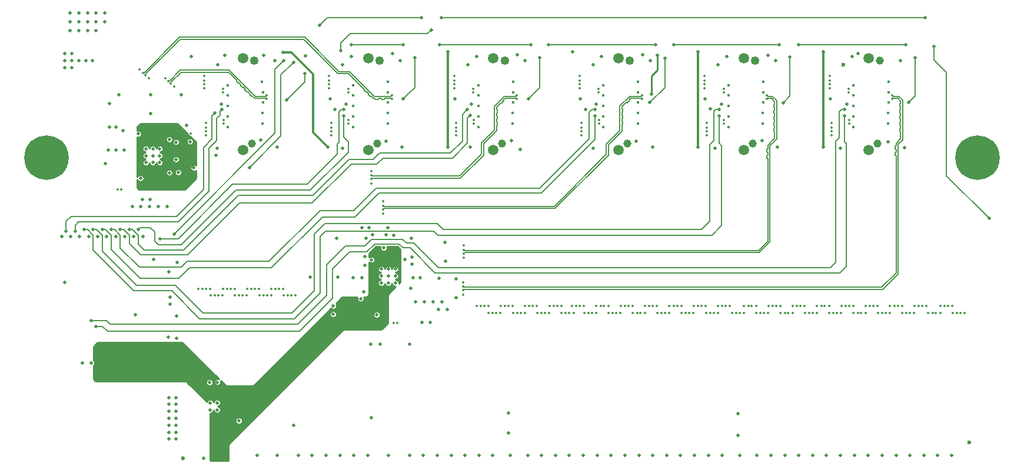
<source format=gbr>
G04 #@! TF.GenerationSoftware,KiCad,Pcbnew,(5.1.5)-3*
G04 #@! TF.CreationDate,2021-10-23T00:21:41+02:00*
G04 #@! TF.ProjectId,riser leopard 2OU Oculink,72697365-7220-46c6-956f-706172642032,rev?*
G04 #@! TF.SameCoordinates,PX4d4b990PY36d6160*
G04 #@! TF.FileFunction,Copper,L3,Inr*
G04 #@! TF.FilePolarity,Positive*
%FSLAX46Y46*%
G04 Gerber Fmt 4.6, Leading zero omitted, Abs format (unit mm)*
G04 Created by KiCad (PCBNEW (5.1.5)-3) date 2021-10-23 00:21:41*
%MOMM*%
%LPD*%
G04 APERTURE LIST*
%ADD10C,0.800000*%
%ADD11C,6.400000*%
%ADD12C,1.500000*%
%ADD13C,1.150000*%
%ADD14C,1.250000*%
%ADD15C,0.500000*%
%ADD16C,0.600000*%
%ADD17C,0.400000*%
%ADD18C,0.350000*%
%ADD19C,0.300000*%
%ADD20C,0.250000*%
%ADD21C,0.200000*%
%ADD22C,0.152400*%
%ADD23C,0.254000*%
G04 APERTURE END LIST*
D10*
X1697056Y1697056D03*
X0Y2400000D03*
X-1697056Y1697056D03*
X-2400000Y0D03*
X-1697056Y-1697056D03*
X0Y-2400000D03*
X1697056Y-1697056D03*
X2400000Y0D03*
D11*
X0Y0D03*
X133900000Y-10000D03*
D10*
X136300000Y-10000D03*
X135597056Y-1707056D03*
X133900000Y-2410000D03*
X132202944Y-1707056D03*
X131500000Y-10000D03*
X132202944Y1687056D03*
X133900000Y2390000D03*
X135597056Y1687056D03*
D12*
X100280000Y1070000D03*
X100280000Y14230000D03*
D13*
X101540000Y2030000D03*
D14*
X101900000Y13930000D03*
X65900000Y13930000D03*
D13*
X65540000Y2030000D03*
D12*
X64280000Y14230000D03*
X64280000Y1070000D03*
X82280000Y1070000D03*
X82280000Y14230000D03*
D13*
X83540000Y2030000D03*
D14*
X83900000Y13930000D03*
X29900000Y13930000D03*
D13*
X29540000Y2030000D03*
D12*
X28280000Y14230000D03*
X28280000Y1070000D03*
X46280000Y1070000D03*
X46280000Y14230000D03*
D13*
X47540000Y2030000D03*
D14*
X47900000Y13930000D03*
D12*
X118280000Y1070000D03*
X118280000Y14230000D03*
D13*
X119540000Y2030000D03*
X119900000Y13930000D03*
D15*
X14275000Y1250000D03*
D16*
X19600000Y-43306600D03*
D15*
X36200000Y-42872200D03*
X33200000Y-42872200D03*
X30325000Y-42872200D03*
X46200000Y-42872200D03*
X49200000Y-42872200D03*
X66700000Y-42872200D03*
X64200000Y-42872200D03*
X99700000Y-42872200D03*
X130200000Y-42872200D03*
X128200000Y-42872200D03*
X126200000Y-42872200D03*
X124200000Y-42872200D03*
X122200000Y-42872200D03*
X120200000Y-42872200D03*
X118200000Y-42872200D03*
X116200000Y-42872200D03*
X114200000Y-42872200D03*
X112200000Y-42872200D03*
X110200000Y-42872200D03*
X108200000Y-42872200D03*
X106200000Y-42872200D03*
X104200000Y-42872200D03*
X102200000Y-42872200D03*
X97200000Y-42872200D03*
X95200000Y-42872200D03*
X93200000Y-42872200D03*
X91200000Y-42872200D03*
X89200000Y-42872200D03*
X87200000Y-42872200D03*
X85200000Y-42872200D03*
X83200000Y-42872200D03*
X81200000Y-42872200D03*
X79200000Y-42872200D03*
X77200000Y-42872200D03*
X75200000Y-42872200D03*
X73200000Y-42872200D03*
X71200000Y-42872200D03*
X69200000Y-42872200D03*
X62200000Y-42872200D03*
X60200000Y-42872200D03*
X58200000Y-42872200D03*
X56200000Y-42872200D03*
X54200000Y-42872200D03*
X52200000Y-42872200D03*
X44200000Y-42872200D03*
X42200000Y-42872200D03*
X40200000Y-42872200D03*
X38200000Y-42872200D03*
X17550000Y-16450000D03*
X15350000Y-14650000D03*
D17*
X121050000Y4900000D03*
X116100000Y4400000D03*
X121100000Y10900000D03*
X116100000Y10400000D03*
X121100000Y9400000D03*
X116100000Y7400000D03*
X116100000Y5900000D03*
X121050000Y6400000D03*
X121100000Y7900000D03*
X116100000Y8900000D03*
D16*
X114600000Y13350000D03*
D15*
X122850000Y13900000D03*
X114200000Y1350000D03*
D16*
X132700000Y-41000000D03*
D17*
X98100000Y4400000D03*
X98100000Y10400000D03*
X103100000Y9400000D03*
X103050000Y6400000D03*
X98100000Y7400000D03*
X103100000Y7900000D03*
X98100000Y5900000D03*
X103100000Y10900000D03*
X103050000Y4900000D03*
D15*
X96600000Y13350000D03*
X104850000Y13900000D03*
D17*
X98100000Y8900000D03*
D15*
X96200000Y1350000D03*
X105150000Y1500000D03*
D17*
X80100000Y8900000D03*
X62100000Y8900000D03*
X44100000Y8900000D03*
D15*
X87150000Y1500000D03*
X51150000Y1500000D03*
D17*
X80100000Y5900000D03*
X62100000Y5900000D03*
X44100000Y5900000D03*
X80100000Y10400000D03*
X62100000Y10400000D03*
X44100000Y10400000D03*
X85100000Y9400000D03*
X67100000Y9400000D03*
X49100000Y9400000D03*
X80100000Y4400000D03*
X62100000Y4400000D03*
X44100000Y4400000D03*
X85050000Y6400000D03*
X67050000Y6400000D03*
X49050000Y6400000D03*
X80100000Y7400000D03*
X62100000Y7400000D03*
X44100000Y7400000D03*
X85100000Y7900000D03*
X67100000Y7900000D03*
X49100000Y7900000D03*
X85100000Y10900000D03*
X67100000Y10900000D03*
X49100000Y10900000D03*
D15*
X78600000Y13350000D03*
X60600000Y13350000D03*
X42600000Y13350000D03*
D17*
X85050000Y4900000D03*
X67050000Y4900000D03*
X49050000Y4900000D03*
D15*
X86850000Y13900000D03*
X68850000Y13900000D03*
X50850000Y13900000D03*
X15000000Y6325000D03*
X45600000Y-19375000D03*
X41900000Y-17200000D03*
X46750000Y-14750000D03*
X51550000Y-14700000D03*
X66450000Y-36750000D03*
X99450000Y-36850000D03*
X35550000Y-38550000D03*
X68150000Y1150000D03*
D17*
X26100000Y8900000D03*
D15*
X24600000Y13350000D03*
D17*
X31100000Y7900000D03*
X26100000Y4400000D03*
X31100000Y9400000D03*
X31050000Y4900000D03*
X31050000Y6400000D03*
X26100000Y7400000D03*
X26100000Y5900000D03*
X26100000Y10400000D03*
D15*
X32850000Y13900000D03*
X33150000Y1500000D03*
X46600000Y-26875000D03*
X48000000Y-26875000D03*
X52250000Y-26875000D03*
X55200000Y-23725000D03*
X54000000Y-23725000D03*
X47500000Y-22650000D03*
X41225000Y-22575000D03*
X41250000Y-21375000D03*
X41750000Y-11600000D03*
X22600000Y-43325000D03*
X21175000Y-1500000D03*
X18925000Y-2150000D03*
X17650000Y2600000D03*
X13175000Y3400000D03*
X8450000Y-875000D03*
X13500000Y-3000000D03*
X17650000Y-2200000D03*
D18*
X22650000Y11700000D03*
X22650000Y9925000D03*
X22950000Y4950000D03*
X22950000Y3175000D03*
X40650000Y11700000D03*
X58650000Y11700000D03*
X76650000Y11700000D03*
X94650000Y11700000D03*
X112650000Y11700000D03*
X40950000Y3175000D03*
X58950000Y3175000D03*
X76950000Y3175000D03*
X94950000Y3175000D03*
X112950000Y3175000D03*
X40650000Y9925000D03*
X58650000Y9925000D03*
X76650000Y9925000D03*
X94650000Y9925000D03*
X112650000Y9925000D03*
X40950000Y4950000D03*
X58950000Y4950000D03*
X76950000Y4950000D03*
X94950000Y4950000D03*
X112950000Y4950000D03*
X46725000Y-3750000D03*
X46725000Y-1975000D03*
X48375000Y-8100000D03*
X48375000Y-6325000D03*
X14700000Y11400000D03*
X13400000Y12625000D03*
X17050000Y11425000D03*
X18350000Y10200000D03*
D15*
X19375000Y9000000D03*
X14950000Y9000000D03*
X10400000Y9000000D03*
X9050000Y7750000D03*
X46725000Y-37500000D03*
X24575000Y-32350000D03*
X23425000Y-32375000D03*
X20100000Y4625000D03*
X20625000Y2275000D03*
X9000000Y4375000D03*
X10000000Y4375000D03*
X10975000Y3875000D03*
X13750000Y-6050000D03*
X14900000Y-6075000D03*
X12300000Y-7050000D03*
X13550000Y-7050000D03*
X14800000Y-7050000D03*
X16050000Y-7050000D03*
X17300000Y-7050000D03*
X15275000Y1250000D03*
X16275000Y1250000D03*
X14275000Y250000D03*
X15275000Y250000D03*
X16275000Y250000D03*
X14275000Y-750000D03*
X15275000Y-750000D03*
X16275000Y-750000D03*
X3375000Y20775000D03*
X4625000Y20775000D03*
X5875000Y20775000D03*
X7125000Y20775000D03*
X8375000Y20775000D03*
X3375000Y19525000D03*
X4625000Y19525000D03*
X5875000Y19525000D03*
X7125000Y19525000D03*
X8375000Y19525000D03*
X3375000Y18275000D03*
X4625000Y18275000D03*
X5875000Y18275000D03*
X7125000Y18275000D03*
X50150000Y-16075000D03*
X50150000Y-17075000D03*
X50150000Y-18075000D03*
X48150000Y-18075000D03*
X49150000Y-18075000D03*
X49150000Y-16075000D03*
X48150000Y-17075000D03*
X48150000Y-16075000D03*
X49150000Y-17075000D03*
X24575000Y1275000D03*
D17*
X31000000Y10900000D03*
D15*
X52425000Y-18850000D03*
X49900000Y-11175000D03*
X46875000Y-11150000D03*
X45400000Y-10075000D03*
X45975000Y-11600000D03*
X123400000Y1400000D03*
X52475000Y-11600000D03*
X18650000Y-22800000D03*
X12800000Y-22650000D03*
X42550000Y1300000D03*
X2625000Y-17975000D03*
X60900000Y1450000D03*
X58900000Y-20200000D03*
D18*
X59900000Y-17975000D03*
X59900000Y-19750000D03*
D15*
X58875000Y-17500000D03*
X46400000Y-10075000D03*
X78600000Y1275000D03*
X57275000Y-12200000D03*
X56475000Y-17375000D03*
X57350000Y-14900000D03*
D18*
X60050000Y-12650000D03*
X60050000Y-14425000D03*
D15*
X37900000Y-17200000D03*
D18*
X63550000Y-21400000D03*
X61850000Y-21400000D03*
X67050000Y-21400000D03*
X70550000Y-21400000D03*
X74050000Y-21400000D03*
X77300000Y-21400000D03*
X80800000Y-21400000D03*
X84300000Y-21400000D03*
X87800000Y-21400000D03*
X91300000Y-21400000D03*
X94800000Y-21400000D03*
X98300000Y-21400000D03*
X102050000Y-21400000D03*
X105550000Y-21400000D03*
X109050000Y-21400000D03*
X112550000Y-21400000D03*
X116050000Y-21400000D03*
X119550000Y-21400000D03*
X123050000Y-21400000D03*
X126550000Y-21400000D03*
X130300000Y-21400000D03*
X65350000Y-21400000D03*
X68850000Y-21400000D03*
X72350000Y-21400000D03*
X75600000Y-21400000D03*
X79100000Y-21400000D03*
X82600000Y-21400000D03*
X86100000Y-21400000D03*
X89600000Y-21400000D03*
X93100000Y-21400000D03*
X96600000Y-21400000D03*
X100350000Y-21400000D03*
X103850000Y-21400000D03*
X107350000Y-21400000D03*
X110850000Y-21400000D03*
X114350000Y-21400000D03*
X117850000Y-21400000D03*
X121350000Y-21400000D03*
X124850000Y-21400000D03*
X128600000Y-21400000D03*
X65300000Y-22350000D03*
X63600000Y-22350000D03*
X103800000Y-22350000D03*
X93050000Y-22350000D03*
X68800000Y-22350000D03*
X72300000Y-22350000D03*
X86050000Y-22350000D03*
X96550000Y-22350000D03*
X107300000Y-22350000D03*
X79050000Y-22350000D03*
X117800000Y-22350000D03*
X75800000Y-22350000D03*
X116100000Y-22350000D03*
X119600000Y-22350000D03*
X123100000Y-22350000D03*
X112600000Y-22350000D03*
X82550000Y-22350000D03*
X94850000Y-22350000D03*
X132050000Y-22350000D03*
X77350000Y-22350000D03*
X91350000Y-22350000D03*
X84350000Y-22350000D03*
X87850000Y-22350000D03*
X126850000Y-22350000D03*
X121300000Y-22350000D03*
X124800000Y-22350000D03*
X128550000Y-22350000D03*
X110800000Y-22350000D03*
X98600000Y-22350000D03*
X102100000Y-22350000D03*
X80850000Y-22350000D03*
X89550000Y-22350000D03*
X74100000Y-22350000D03*
X130350000Y-22350000D03*
X114300000Y-22350000D03*
X67100000Y-22350000D03*
X70600000Y-22350000D03*
X100300000Y-22350000D03*
X109100000Y-22350000D03*
X105600000Y-22350000D03*
X23550000Y-18900000D03*
X21850000Y-18900000D03*
X27050000Y-18900000D03*
X30550000Y-18900000D03*
X34050000Y-18900000D03*
X32350000Y-18900000D03*
X25350000Y-18900000D03*
X28850000Y-18900000D03*
X25300000Y-19850000D03*
X34100000Y-19850000D03*
X35800000Y-19850000D03*
X23600000Y-19850000D03*
X32300000Y-19850000D03*
X28800000Y-19850000D03*
X30600000Y-19850000D03*
X27100000Y-19850000D03*
D15*
X103750000Y14725000D03*
X85750000Y14800000D03*
X67750000Y14775000D03*
X49750000Y14975000D03*
X31200000Y14675000D03*
X17600000Y-34550000D03*
X18600000Y-34550000D03*
X17600000Y-35550000D03*
X18600000Y-35550000D03*
X17600000Y-36550000D03*
X18600000Y-36550000D03*
X17600000Y-37550000D03*
X18600000Y-37550000D03*
X17600000Y-38550000D03*
X18600000Y-38550000D03*
X17600000Y-39550000D03*
X18600000Y-39550000D03*
X17600000Y-40550000D03*
X18600000Y-40550000D03*
X111700000Y15200000D03*
X93700000Y15200000D03*
X75700000Y15200000D03*
X57700000Y15200000D03*
X111700000Y1475000D03*
X93700000Y1475000D03*
X57700000Y1475000D03*
X40425000Y1500000D03*
X34025000Y15100000D03*
X39950000Y-23750000D03*
X18625000Y2200000D03*
X8900000Y1100000D03*
X9975000Y1100000D03*
X11125000Y1100000D03*
X18600000Y-275000D03*
X25650000Y14650000D03*
X43850000Y14550000D03*
X61850000Y14550000D03*
X79850000Y14550000D03*
X97850000Y14550000D03*
X115850000Y14550000D03*
X40950000Y-23750000D03*
X41950000Y-23750000D03*
X42950000Y-23750000D03*
X43950000Y-23750000D03*
X44950000Y-23750000D03*
X40400000Y-24750000D03*
X41400000Y-24750000D03*
X39400000Y-24750000D03*
X47500000Y-20450000D03*
X47050000Y-13475000D03*
X50025000Y-13725000D03*
X23875000Y-38850000D03*
X24875000Y-38850000D03*
X23875000Y-39850000D03*
X24875000Y-39850000D03*
X23875000Y-40850000D03*
X24875000Y-40850000D03*
X23875000Y-41850000D03*
X24875000Y-41850000D03*
X23875000Y-42850000D03*
X24875000Y-42850000D03*
X2625000Y14950000D03*
X3625000Y14950000D03*
X2625000Y13950000D03*
X3625000Y13950000D03*
X4625000Y13950000D03*
X5625000Y13950000D03*
X6625000Y13950000D03*
X3625000Y12950000D03*
X2625000Y12950000D03*
X40750000Y8400000D03*
X20850000Y14550000D03*
X58750000Y8400000D03*
X76750000Y8400000D03*
X94750000Y8400000D03*
X112750000Y8400000D03*
D18*
X20725000Y3425000D03*
D15*
X8700000Y-28550000D03*
X9950000Y-28550000D03*
X11200000Y-28550000D03*
X8700000Y-29800000D03*
X9950000Y-29800000D03*
X11200000Y-29800000D03*
X30825000Y2475000D03*
X24400000Y275000D03*
X48875000Y2300000D03*
X41500000Y6925000D03*
X66875000Y2425000D03*
X84850000Y2325000D03*
X77500000Y6925000D03*
X95500000Y7025000D03*
X102900000Y2450000D03*
X87050000Y9125000D03*
X87850000Y14700000D03*
X121025000Y2275000D03*
X116775000Y14975000D03*
X37200000Y14600000D03*
X18750000Y-15150000D03*
X17800000Y-21100000D03*
X17800000Y-20100000D03*
X23525000Y-35325000D03*
X24525000Y-35325000D03*
X23525000Y-36325000D03*
X24525000Y-36325000D03*
X5150000Y-29575000D03*
X6450000Y-29575000D03*
X11250000Y-11375000D03*
X9950000Y-11375000D03*
X8650000Y-11375000D03*
X7350000Y-11375000D03*
X6050000Y-11375000D03*
X4750000Y-11375000D03*
X3450000Y-11375000D03*
X2150000Y-11375000D03*
X13850000Y-11375000D03*
X12550000Y-11375000D03*
X17500000Y-25850000D03*
X18650000Y-26025000D03*
X55325000Y18350000D03*
X42300000Y15375000D03*
X18050000Y4400000D03*
X18400000Y3600000D03*
X17475000Y3600000D03*
X45175000Y-20325000D03*
X15000000Y4425000D03*
X15000000Y3725000D03*
X13800000Y-3900000D03*
X14975000Y-3925000D03*
X15650000Y-3250000D03*
X16900000Y-3250000D03*
X18150000Y-3250000D03*
X20250000Y800000D03*
X20250000Y50000D03*
X21100000Y-325000D03*
X49075000Y-10100000D03*
X48875000Y-11150000D03*
X48500000Y-13025000D03*
X52600000Y-14325000D03*
X52600000Y-15325000D03*
X52750000Y-17300000D03*
X53750000Y-17300000D03*
X53100000Y-20825000D03*
X54350000Y-20825000D03*
X55600000Y-20825000D03*
X56850000Y-20825000D03*
X56375000Y-21850000D03*
X57625000Y-21850000D03*
X44100000Y-17325000D03*
X45350000Y-17325000D03*
X45775000Y-15525000D03*
X45775000Y-14275000D03*
D18*
X22448800Y-18900000D03*
X22950000Y3798800D03*
X25954168Y-18900000D03*
X25450000Y4898800D03*
X29448800Y-18900000D03*
X25400000Y9398800D03*
X32948800Y-18900000D03*
X22650000Y10548800D03*
X22951200Y-18900000D03*
X22950000Y4301200D03*
X26456568Y-18900000D03*
X25450000Y5401200D03*
X29951200Y-18900000D03*
X25400000Y9901200D03*
X33451200Y-18900000D03*
X22650000Y11051200D03*
X76198800Y-21400000D03*
X58950000Y3798800D03*
X79698800Y-21400000D03*
X61450000Y4898800D03*
X83198800Y-21400000D03*
X61400000Y9398800D03*
X86698800Y-21400000D03*
X58650000Y10548800D03*
X76701200Y-21400000D03*
X58950000Y4301200D03*
X80201200Y-21400000D03*
X61450000Y5401200D03*
X83701200Y-21400000D03*
X61400000Y9901200D03*
X87201200Y-21400000D03*
X58650000Y11051200D03*
X104448800Y-21400000D03*
X94950000Y3798800D03*
X107948800Y-21400000D03*
X97450000Y4898800D03*
X111448800Y-21400000D03*
X97400000Y9398800D03*
X114948800Y-21400000D03*
X94650000Y10548800D03*
X104951200Y-21400000D03*
X94950000Y4301200D03*
X108451200Y-21400000D03*
X97450000Y5401200D03*
X111951200Y-21400000D03*
X97400000Y9901200D03*
X115451200Y-21400000D03*
X94650000Y11051200D03*
X118448800Y-21400000D03*
X112950000Y3798800D03*
X121948800Y-21400000D03*
X115450000Y4898800D03*
X125448800Y-21400000D03*
X115400000Y9398800D03*
X129198800Y-21400000D03*
X112650000Y10548800D03*
X40950000Y3798800D03*
X62448800Y-21400000D03*
X43450000Y4898800D03*
X65948800Y-21400000D03*
X43400000Y9398800D03*
X69448800Y-21400000D03*
X40650000Y10548800D03*
X72948800Y-21400000D03*
X118951200Y-21400000D03*
X112950000Y4301200D03*
X122451200Y-21400000D03*
X115450000Y5401200D03*
X125951200Y-21400000D03*
X115400000Y9901200D03*
X129701200Y-21400000D03*
X112650000Y11051200D03*
X40950000Y4301200D03*
X62951200Y-21400000D03*
X43450000Y5401200D03*
X66451200Y-21400000D03*
X43400000Y9901200D03*
X69951200Y-21400000D03*
X40650000Y11051200D03*
X73451200Y-21400000D03*
X76950000Y3798800D03*
X90198800Y-21400000D03*
X79450000Y4898800D03*
X93698800Y-21400000D03*
X79400000Y9398800D03*
X97198800Y-21400000D03*
X76650000Y10548800D03*
X100948800Y-21400000D03*
X76950000Y4301200D03*
X90701200Y-21400000D03*
X79450000Y5401200D03*
X94201200Y-21400000D03*
X79400000Y9901200D03*
X97701200Y-21400000D03*
X76650000Y11051200D03*
X101451200Y-21400000D03*
D15*
X34125000Y13900000D03*
X126425000Y20125000D03*
X56775000Y20125000D03*
X53950000Y20125000D03*
X18350000Y-11025000D03*
X39225000Y19000000D03*
X35500000Y13700000D03*
X123600000Y16250000D03*
X108225000Y16250000D03*
X105375000Y16250000D03*
X90225000Y16250000D03*
X87650000Y16250000D03*
X72225000Y16250000D03*
X69675000Y16250000D03*
X56525000Y16250000D03*
X51325000Y16250000D03*
X43850000Y16250000D03*
X29150000Y-1450000D03*
X135600000Y-8800000D03*
X127700000Y16000000D03*
D18*
X10198800Y-4600000D03*
X10701200Y-4600000D03*
D15*
X27650000Y-37900000D03*
X115100000Y7650000D03*
X97100000Y7650000D03*
X79100000Y7650000D03*
X61100000Y7650000D03*
X43100000Y7650000D03*
X25100000Y7650000D03*
D18*
X24198800Y-19850000D03*
X24701200Y-19850000D03*
X27698800Y-19850000D03*
X28201200Y-19850000D03*
X31198800Y-19850000D03*
X31701200Y-19850000D03*
X34698800Y-19850000D03*
X35201200Y-19850000D03*
X49898800Y-23800000D03*
X50401200Y-23800000D03*
X64198800Y-22350000D03*
X64701200Y-22350000D03*
X67698800Y-22350000D03*
X68201200Y-22350000D03*
X71198800Y-22350000D03*
X71701200Y-22350000D03*
X74698800Y-22350000D03*
X75201200Y-22350000D03*
D15*
X66450000Y-39700000D03*
D18*
X77948800Y-22350000D03*
X78451200Y-22350000D03*
X81448800Y-22350000D03*
X81951200Y-22350000D03*
X84948800Y-22350000D03*
X85451200Y-22350000D03*
X88448800Y-22350000D03*
X88951200Y-22350000D03*
X91948800Y-22350000D03*
X92451200Y-22350000D03*
X95448800Y-22350000D03*
X95951200Y-22350000D03*
X99198800Y-22350000D03*
X99701200Y-22350000D03*
X102698800Y-22350000D03*
X103201200Y-22350000D03*
D15*
X99450000Y-40000000D03*
D18*
X106198800Y-22350000D03*
X106701200Y-22350000D03*
X109698800Y-22350000D03*
X110201200Y-22350000D03*
X113198800Y-22350000D03*
X113701200Y-22350000D03*
X116698800Y-22350000D03*
X117201200Y-22350000D03*
X120198800Y-22350000D03*
X120701200Y-22350000D03*
X123698800Y-22350000D03*
X124201200Y-22350000D03*
X127448800Y-22350000D03*
X127951200Y-22350000D03*
X130948800Y-22350000D03*
X131451200Y-22350000D03*
D15*
X25200000Y6900000D03*
X4100000Y-10625000D03*
X24225000Y6400000D03*
X2800000Y-10625000D03*
D18*
X31650000Y8901200D03*
X17497374Y11002626D03*
X31650000Y8398800D03*
X17852626Y10647374D03*
D15*
X37150000Y12050000D03*
X34500000Y8225000D03*
X69300000Y8400000D03*
X70950000Y14375000D03*
D18*
X67650000Y8398800D03*
X46725000Y-3101200D03*
X67650000Y8901200D03*
X46725000Y-2598800D03*
D15*
X10600000Y-10375000D03*
X60925000Y6050000D03*
X60525000Y6900000D03*
X11900000Y-10375000D03*
X96775000Y6900000D03*
X6700000Y-10375000D03*
X96750000Y6000000D03*
X5400000Y-10375000D03*
D18*
X103650000Y8901200D03*
X60050000Y-13801200D03*
X103650000Y8398800D03*
X60050000Y-13298800D03*
D15*
X105950000Y7825000D03*
X106950000Y14425000D03*
X124000000Y7900000D03*
X124950000Y14325000D03*
D18*
X121650000Y8398800D03*
X59900000Y-18598800D03*
X121650000Y8901200D03*
X59900000Y-19101200D03*
D15*
X114750000Y6000000D03*
X7100000Y-24300000D03*
X114775000Y6900000D03*
X6400000Y-23500000D03*
X42775000Y6900000D03*
X16350000Y-11700000D03*
X42750000Y6000000D03*
X13200000Y-10375000D03*
D18*
X49650000Y8901200D03*
X13863660Y12193913D03*
X49650000Y8398800D03*
X14218912Y11838661D03*
D15*
X51300000Y8400000D03*
X52950000Y14325000D03*
X86800000Y7900000D03*
X88950000Y14300000D03*
D18*
X85650000Y8398800D03*
X48375000Y-7451200D03*
X85650000Y8901200D03*
X48375000Y-6948800D03*
D15*
X8000000Y-10375000D03*
X78875000Y6000000D03*
X9300000Y-10375000D03*
X78900000Y6900000D03*
D19*
X111700000Y1475000D02*
X111700000Y15200000D01*
X93700000Y1475000D02*
X93700000Y15200000D01*
X57700000Y1475000D02*
X57700000Y15200000D01*
X40425000Y1500000D02*
X39700000Y2225000D01*
X39700000Y2225000D02*
X39250000Y2675000D01*
X39250000Y2675000D02*
X38300000Y3625000D01*
X38300000Y3625000D02*
X38300000Y12025000D01*
X38300000Y12025000D02*
X35225000Y15100000D01*
X35225000Y15100000D02*
X34025000Y15100000D01*
D20*
X87050000Y9125000D02*
X87050000Y9618962D01*
X87050000Y9618962D02*
X87050000Y11750000D01*
X87050000Y11750000D02*
X87850000Y12550000D01*
X87850000Y12550000D02*
X87850000Y14700000D01*
D21*
X42300000Y15375000D02*
X42300000Y16450000D01*
X42300000Y16450000D02*
X43675000Y17825000D01*
X54800000Y17825000D02*
X55325000Y18350000D01*
X43675000Y17825000D02*
X54800000Y17825000D01*
X32850000Y12625000D02*
X32850000Y3475000D01*
X34125000Y13900000D02*
X32850000Y12625000D01*
X56775000Y20125000D02*
X126425000Y20125000D01*
X53950000Y20125000D02*
X40350000Y20125000D01*
X18350000Y-11025000D02*
X32850000Y3475000D01*
X40350000Y20125000D02*
X39225000Y19000000D01*
X33712500Y11912500D02*
X33712500Y3112500D01*
X35500000Y13700000D02*
X33712500Y11912500D01*
X123600000Y16250000D02*
X108225000Y16250000D01*
X105375000Y16250000D02*
X90225000Y16250000D01*
X87650000Y16250000D02*
X72225000Y16250000D01*
X69675000Y16250000D02*
X56500000Y16250000D01*
X51325000Y16250000D02*
X43850000Y16250000D01*
X33712500Y3112500D02*
X29150000Y-1450000D01*
X135600000Y-8800000D02*
X129450000Y-2650000D01*
X127700000Y16000000D02*
X127700000Y13975000D01*
X129450000Y-2650000D02*
X129450000Y12225000D01*
X127700000Y13975000D02*
X129450000Y12225000D01*
X25200000Y6900000D02*
X24925000Y6625000D01*
X24925000Y6625000D02*
X24925000Y6050000D01*
X24925000Y6050000D02*
X24475000Y5600000D01*
X24475000Y5600000D02*
X24475000Y2450000D01*
X24475000Y2450000D02*
X23350000Y1325000D01*
X23350000Y1325000D02*
X23350000Y-4850000D01*
X18937500Y-9262500D02*
X4587500Y-9262500D01*
X23350000Y-4850000D02*
X18937500Y-9262500D01*
X4100000Y-9750000D02*
X4100000Y-10625000D01*
X4587500Y-9262500D02*
X4100000Y-9750000D01*
X23800000Y2675000D02*
X23800000Y5975000D01*
X23800000Y5975000D02*
X24225000Y6400000D01*
X22562500Y-4612500D02*
X22562500Y1437500D01*
X22562500Y1437500D02*
X23800000Y2675000D01*
X18700000Y-8475000D02*
X3550000Y-8475000D01*
X18700000Y-8475000D02*
X22562500Y-4612500D01*
X2800000Y-9225000D02*
X2800000Y-10625000D01*
X3550000Y-8475000D02*
X2800000Y-9225000D01*
D22*
X17637099Y11002626D02*
X17497374Y11002626D01*
X31551200Y8802400D02*
X30038128Y8802400D01*
X30038128Y8802400D02*
X26263128Y12577400D01*
X31650000Y8901200D02*
X31551200Y8802400D01*
X19211873Y12577400D02*
X17637099Y11002626D01*
X19211873Y12577400D02*
X26263128Y12577400D01*
X17852626Y10787099D02*
X17852626Y10647374D01*
X19338127Y12272600D02*
X17852626Y10787099D01*
X26136872Y12272600D02*
X19338127Y12272600D01*
X26463460Y11946012D02*
X26136872Y12272600D01*
X27306477Y11102994D02*
X26463460Y11946012D01*
X27314658Y11092735D02*
X27306477Y11102994D01*
X27320352Y11080913D02*
X27314658Y11092735D01*
X27323271Y11068120D02*
X27320352Y11080913D01*
X27323270Y11055000D02*
X27323271Y11068120D01*
X27320351Y11042207D02*
X27323270Y11055000D01*
X27314657Y11030385D02*
X27320351Y11042207D01*
X27306476Y11020126D02*
X27314657Y11030385D01*
X27306477Y11020124D02*
X27306476Y11020126D01*
X27298295Y11009867D02*
X27306477Y11020124D01*
X27292603Y10998044D02*
X27298295Y11009867D01*
X27289682Y10985252D02*
X27292603Y10998044D01*
X27289682Y10972130D02*
X27289682Y10985252D01*
X27292602Y10959338D02*
X27289682Y10972130D01*
X27298296Y10947515D02*
X27292602Y10959338D01*
X27306477Y10937256D02*
X27298296Y10947515D01*
X27534736Y10708997D02*
X27306477Y10937256D01*
X27544995Y10700816D02*
X27534736Y10708997D01*
X27556817Y10695122D02*
X27544995Y10700816D01*
X27569610Y10692203D02*
X27556817Y10695122D01*
X27582730Y10692204D02*
X27569610Y10692203D01*
X27595523Y10695123D02*
X27582730Y10692204D01*
X27607345Y10700817D02*
X27595523Y10695123D01*
X27617604Y10708998D02*
X27607345Y10700817D01*
X27617606Y10708997D02*
X27617604Y10708998D01*
X27627864Y10717180D02*
X27617606Y10708997D01*
X27639687Y10722872D02*
X27627864Y10717180D01*
X27652479Y10725792D02*
X27639687Y10722872D01*
X27665601Y10725792D02*
X27652479Y10725792D01*
X27678393Y10722873D02*
X27665601Y10725792D01*
X27690216Y10717179D02*
X27678393Y10722873D01*
X27700474Y10708998D02*
X27690216Y10717179D01*
X27928731Y10480740D02*
X27700474Y10708998D01*
X27936912Y10470481D02*
X27928731Y10480740D01*
X28827238Y9447696D02*
X28814118Y9447695D01*
X28851853Y9456309D02*
X28840031Y9450615D01*
X28862112Y9464490D02*
X28851853Y9456309D01*
X28862114Y9464489D02*
X28862112Y9464490D01*
X27920550Y10325261D02*
X27914856Y10337084D01*
X28884195Y9478364D02*
X28872372Y9472672D01*
X28896987Y9481284D02*
X28884195Y9478364D01*
X28910109Y9481284D02*
X28896987Y9481284D01*
X28934724Y9472671D02*
X28922901Y9478365D01*
X28944982Y9464490D02*
X28934724Y9472671D01*
X29190033Y9201358D02*
X29187114Y9214151D01*
X29556978Y8850417D02*
X29545155Y8856111D01*
X29190032Y9188238D02*
X29190033Y9201358D01*
X29173239Y9153362D02*
X29173238Y9153364D01*
X28167249Y10078562D02*
X28156990Y10086743D01*
X29165057Y9143105D02*
X29173239Y9153362D01*
X29159365Y9131282D02*
X29165057Y9143105D01*
X29156444Y9118490D02*
X29159365Y9131282D01*
X27936911Y10408131D02*
X27942605Y10419953D01*
X29187114Y9214151D02*
X29181420Y9225973D01*
X29506449Y8856110D02*
X29494626Y8850418D01*
X28312470Y10094925D02*
X28300647Y10100619D01*
X29519241Y8859030D02*
X29506449Y8856110D01*
X27942605Y10419953D02*
X27945524Y10432746D01*
X29173239Y9236232D02*
X28944982Y9464490D01*
X29532363Y8859030D02*
X29519241Y8859030D01*
X29156444Y9105368D02*
X29156444Y9118490D01*
X29181420Y9225973D02*
X29173239Y9236232D01*
X28840031Y9450615D02*
X28827238Y9447696D01*
X31650000Y8398800D02*
X31551200Y8497600D01*
X29545155Y8856111D02*
X29532363Y8859030D01*
X31551200Y8497600D02*
X29911872Y8497600D01*
X28550984Y9775618D02*
X28559165Y9785877D01*
X29181419Y9163623D02*
X29187113Y9175445D01*
X29911872Y8497600D02*
X29567236Y8842236D01*
X29187113Y9175445D02*
X29190032Y9188238D01*
X29567236Y8842236D02*
X29556978Y8850417D01*
X29436372Y8825441D02*
X29423579Y8828360D01*
X27928730Y10397872D02*
X27936911Y10408131D01*
X29173238Y9153364D02*
X29181419Y9163623D01*
X28156990Y10086743D02*
X27928731Y10315002D01*
X29484366Y8842236D02*
X29474107Y8834055D01*
X28567779Y9823612D02*
X28564860Y9836405D01*
X28872372Y9472672D02*
X28862114Y9464489D01*
X29474107Y8834055D02*
X29462285Y8828361D01*
X29173239Y9070494D02*
X29165058Y9080753D01*
X29484368Y8842235D02*
X29484366Y8842236D01*
X29165058Y9080753D02*
X29159364Y9092576D01*
X29462285Y8828361D02*
X29449492Y8825442D01*
X29449492Y8825442D02*
X29436372Y8825441D01*
X29423579Y8828360D02*
X29411757Y8834054D01*
X29411757Y8834054D02*
X29401498Y8842235D01*
X27945525Y10445866D02*
X27942606Y10458659D01*
X28922901Y9478365D02*
X28910109Y9481284D01*
X29494626Y8850418D02*
X29484368Y8842235D01*
X28542804Y9703007D02*
X28537110Y9714830D01*
X29401498Y8842235D02*
X29173239Y9070494D01*
X29159364Y9092576D02*
X29156444Y9105368D01*
X27928731Y10397870D02*
X27928730Y10397872D01*
X28814118Y9447695D02*
X28801325Y9450614D01*
X28801325Y9450614D02*
X28789503Y9456308D01*
X28789503Y9456308D02*
X28779244Y9464489D01*
X28779244Y9464489D02*
X28550985Y9692748D01*
X28550985Y9692748D02*
X28542804Y9703007D01*
X28537110Y9714830D02*
X28534190Y9727622D01*
X28534190Y9727622D02*
X28534190Y9740744D01*
X27911936Y10349876D02*
X27911936Y10362998D01*
X28534190Y9740744D02*
X28537111Y9753536D01*
X28537111Y9753536D02*
X28542803Y9765359D01*
X28542803Y9765359D02*
X28550985Y9775616D01*
X28550985Y9775616D02*
X28550984Y9775618D01*
X28559165Y9785877D02*
X28564859Y9797699D01*
X28564859Y9797699D02*
X28567778Y9810492D01*
X28567778Y9810492D02*
X28567779Y9823612D01*
X28564860Y9836405D02*
X28559166Y9848227D01*
X28559166Y9848227D02*
X28550985Y9858486D01*
X28550985Y9858486D02*
X28322728Y10086744D01*
X28322728Y10086744D02*
X28312470Y10094925D01*
X28300647Y10100619D02*
X28287855Y10103538D01*
X28287855Y10103538D02*
X28274733Y10103538D01*
X28274733Y10103538D02*
X28261941Y10100618D01*
X28261941Y10100618D02*
X28250118Y10094926D01*
X28250118Y10094926D02*
X28239860Y10086743D01*
X28239860Y10086743D02*
X28239858Y10086744D01*
X28239858Y10086744D02*
X28229599Y10078563D01*
X27914856Y10337084D02*
X27911936Y10349876D01*
X28229599Y10078563D02*
X28217777Y10072869D01*
X28217777Y10072869D02*
X28204984Y10069950D01*
X28204984Y10069950D02*
X28191864Y10069949D01*
X28191864Y10069949D02*
X28179071Y10072868D01*
X28179071Y10072868D02*
X28167249Y10078562D01*
X27928731Y10315002D02*
X27920550Y10325261D01*
X27911936Y10362998D02*
X27914857Y10375790D01*
X27914857Y10375790D02*
X27920549Y10387613D01*
X27920549Y10387613D02*
X27928731Y10397870D01*
X27945524Y10432746D02*
X27945525Y10445866D01*
X27942606Y10458659D02*
X27936912Y10470481D01*
D21*
X37150000Y10875000D02*
X34500000Y8225000D01*
X37150000Y12050000D02*
X37150000Y10875000D01*
X69300000Y8400000D02*
X70050000Y9150000D01*
X70950000Y10050000D02*
X70050000Y9150000D01*
X70950000Y14375000D02*
X70950000Y10050000D01*
D22*
X46823800Y-3002400D02*
X46725000Y-3101200D01*
X59513128Y-3002400D02*
X46823800Y-3002400D01*
X62852400Y336872D02*
X59513128Y-3002400D01*
X62852400Y1961872D02*
X62852400Y336872D01*
X64727400Y3836872D02*
X62852400Y1961872D01*
X64727400Y4612810D02*
X64727400Y3836872D01*
X64728837Y4625560D02*
X64727400Y4612810D01*
X64733074Y4637670D02*
X64728837Y4625560D01*
X64739900Y4648533D02*
X64733074Y4637670D01*
X64748973Y4657606D02*
X64739900Y4648533D01*
X64759836Y4664432D02*
X64748973Y4657606D01*
X64771946Y4668669D02*
X64759836Y4664432D01*
X64797445Y4671542D02*
X64771946Y4668669D01*
X64809555Y4675779D02*
X64797445Y4671542D01*
X64820418Y4682605D02*
X64809555Y4675779D01*
X64829491Y4691678D02*
X64820418Y4682605D01*
X64836317Y4702541D02*
X64829491Y4691678D01*
X64840554Y4714651D02*
X64836317Y4702541D01*
X64841990Y4727400D02*
X64840554Y4714651D01*
X64841990Y5052810D02*
X64841990Y4727400D01*
X64840554Y5065560D02*
X64841990Y5052810D01*
X64836317Y5077670D02*
X64840554Y5065560D01*
X64829491Y5088533D02*
X64836317Y5077670D01*
X64820418Y5097606D02*
X64829491Y5088533D01*
X64829491Y6848533D02*
X64836317Y6837670D01*
X64797445Y6868669D02*
X64809555Y6864432D01*
X64733074Y6022541D02*
X64739900Y6011678D01*
X64759836Y6875779D02*
X64771946Y6871542D01*
X64748973Y6882605D02*
X64759836Y6875779D01*
X64739900Y6891678D02*
X64748973Y6882605D01*
X64841990Y6487400D02*
X64840554Y6474651D01*
X64733074Y6902541D02*
X64739900Y6891678D01*
X64727400Y6927400D02*
X64728837Y6914651D01*
X64727400Y5167400D02*
X64728837Y5154651D01*
X64727400Y7236872D02*
X64727400Y6927400D01*
X65320751Y7830220D02*
X64727400Y7236872D01*
X64771946Y5111542D02*
X64797445Y5108669D01*
X65331693Y7838946D02*
X65320751Y7830220D01*
X65344303Y7845018D02*
X65331693Y7838946D01*
X64840554Y6825560D02*
X64841990Y6812810D01*
X65460330Y7812307D02*
X65446334Y7812306D01*
X65357947Y7848131D02*
X65344303Y7845018D01*
X65385587Y7845017D02*
X65371943Y7848132D01*
X65398197Y7838946D02*
X65385587Y7845017D01*
X65420081Y7821494D02*
X65398197Y7838946D01*
X64728837Y6385560D02*
X64727400Y6372810D01*
X65711539Y8152290D02*
X65728992Y8130405D01*
X65705467Y8164900D02*
X65711539Y8152290D01*
X64809555Y6864432D02*
X64820418Y6857606D01*
X65728992Y8130405D02*
X65735063Y8117795D01*
X64820418Y6857606D02*
X64829491Y6848533D01*
X65702352Y8178544D02*
X65705467Y8164900D01*
X64727400Y6047400D02*
X64728837Y6034651D01*
X67551200Y8497600D02*
X65988128Y8497600D01*
X64748973Y6002605D02*
X64759836Y5995779D01*
X67650000Y8398800D02*
X67551200Y8497600D01*
X64748973Y6417606D02*
X64739900Y6408533D01*
X64836317Y6837670D02*
X64840554Y6825560D01*
X65702353Y8192540D02*
X65702352Y8178544D01*
X64797445Y5988669D02*
X64809555Y5984432D01*
X65371943Y7848132D02*
X65357947Y7848131D01*
X64836317Y5582541D02*
X64829491Y5571678D01*
X65705466Y8206184D02*
X65702353Y8192540D01*
X65988128Y8497600D02*
X65720264Y8229736D01*
X64727400Y6372810D02*
X64727400Y6047400D01*
X65720264Y8229736D02*
X65711539Y8218794D01*
X64748973Y5537606D02*
X64739900Y5528533D01*
X65735063Y8117795D02*
X65738178Y8104151D01*
X64809555Y5104432D02*
X64820418Y5097606D01*
X65711539Y8218794D02*
X65705466Y8206184D01*
X65735064Y8076511D02*
X65728992Y8063901D01*
X64771946Y6871542D02*
X64797445Y6868669D01*
X65720264Y8052958D02*
X65497527Y7830220D01*
X64797445Y6431542D02*
X64771946Y6428669D01*
X65738178Y8104151D02*
X65738177Y8090155D01*
X65738177Y8090155D02*
X65735064Y8076511D01*
X65497527Y7830220D02*
X65486585Y7821494D01*
X64840554Y5945560D02*
X64841990Y5932810D01*
X65728992Y8063901D02*
X65720264Y8052958D01*
X65473974Y7815420D02*
X65460330Y7812307D01*
X64829491Y5968533D02*
X64836317Y5957670D01*
X64728837Y6914651D02*
X64733074Y6902541D01*
X65486585Y7821494D02*
X65473974Y7815420D01*
X64841990Y6812810D02*
X64841990Y6487400D01*
X65446334Y7812306D02*
X65432690Y7815421D01*
X64739900Y6408533D02*
X64733074Y6397670D01*
X65432690Y7815421D02*
X65420081Y7821494D01*
X64809555Y5555779D02*
X64797445Y5551542D01*
X64840554Y6474651D02*
X64836317Y6462541D01*
X64836317Y6462541D02*
X64829491Y6451678D01*
X64829491Y6451678D02*
X64820418Y6442605D01*
X64820418Y6442605D02*
X64809555Y6435779D01*
X64809555Y6435779D02*
X64797445Y6431542D01*
X64771946Y6428669D02*
X64759836Y6424432D01*
X64759836Y6424432D02*
X64748973Y6417606D01*
X64733074Y6397670D02*
X64728837Y6385560D01*
X64728837Y6034651D02*
X64733074Y6022541D01*
X64739900Y6011678D02*
X64748973Y6002605D01*
X64759836Y5995779D02*
X64771946Y5991542D01*
X64771946Y5991542D02*
X64797445Y5988669D01*
X64809555Y5984432D02*
X64820418Y5977606D01*
X64820418Y5977606D02*
X64829491Y5968533D01*
X64836317Y5957670D02*
X64840554Y5945560D01*
X64841990Y5932810D02*
X64841990Y5607400D01*
X64841990Y5607400D02*
X64840554Y5594651D01*
X64840554Y5594651D02*
X64836317Y5582541D01*
X64829491Y5571678D02*
X64820418Y5562605D01*
X64820418Y5562605D02*
X64809555Y5555779D01*
X64797445Y5551542D02*
X64771946Y5548669D01*
X64771946Y5548669D02*
X64759836Y5544432D01*
X64759836Y5544432D02*
X64748973Y5537606D01*
X64739900Y5528533D02*
X64733074Y5517670D01*
X64733074Y5517670D02*
X64728837Y5505560D01*
X64728837Y5505560D02*
X64727400Y5492810D01*
X64727400Y5492810D02*
X64727400Y5167400D01*
X64728837Y5154651D02*
X64733074Y5142541D01*
X64733074Y5142541D02*
X64739900Y5131678D01*
X64739900Y5131678D02*
X64748973Y5122605D01*
X64748973Y5122605D02*
X64759836Y5115779D01*
X64759836Y5115779D02*
X64771946Y5111542D01*
X64797445Y5108669D02*
X64809555Y5104432D01*
X46823800Y-2697600D02*
X46725000Y-2598800D01*
X62547600Y463128D02*
X59386872Y-2697600D01*
X64422600Y3963128D02*
X62547600Y2088128D01*
X65861872Y8802400D02*
X64422600Y7363128D01*
X67650000Y8901200D02*
X67551200Y8802400D01*
X64422600Y7363128D02*
X64422600Y3963128D01*
X59386872Y-2697600D02*
X46823800Y-2697600D01*
X67551200Y8802400D02*
X65861872Y8802400D01*
X62547600Y2088128D02*
X62547600Y463128D01*
D21*
X60550000Y5675000D02*
X60925000Y6050000D01*
X60550000Y2060000D02*
X60550000Y5675000D01*
X58395000Y-95000D02*
X60550000Y2060000D01*
X13550000Y-14050000D02*
X20275000Y-14050000D01*
X11900000Y-12400000D02*
X13550000Y-14050000D01*
X10600000Y-10375000D02*
X11075000Y-10375000D01*
X11075000Y-10375000D02*
X11900000Y-11200000D01*
X27725000Y-6600000D02*
X38200000Y-6600000D01*
X20275000Y-14050000D02*
X27725000Y-6600000D01*
X43800000Y-1000000D02*
X47500000Y-1000000D01*
X47500000Y-1000000D02*
X48405000Y-95000D01*
X38200000Y-6600000D02*
X43800000Y-1000000D01*
X11900000Y-11200000D02*
X11900000Y-12400000D01*
X48405000Y-95000D02*
X58395000Y-95000D01*
X38300000Y-5500000D02*
X43500000Y-300000D01*
X27550000Y-5500000D02*
X38300000Y-5500000D01*
X11900000Y-10375000D02*
X12375000Y-10375000D01*
X19700000Y-13350000D02*
X27550000Y-5500000D01*
X13200000Y-11200000D02*
X13200000Y-12500000D01*
X12375000Y-10375000D02*
X13200000Y-11200000D01*
X14050000Y-13350000D02*
X19700000Y-13350000D01*
X13200000Y-12500000D02*
X14050000Y-13350000D01*
X47900000Y625000D02*
X46975000Y-300000D01*
X58075000Y625000D02*
X47900000Y625000D01*
X43500000Y-300000D02*
X46975000Y-300000D01*
X58075000Y625000D02*
X59800000Y2350000D01*
X60175000Y6550000D02*
X60525000Y6900000D01*
X59800000Y6175000D02*
X60175000Y6550000D01*
X59800000Y2350000D02*
X59800000Y6175000D01*
X8000000Y-13475000D02*
X8000000Y-11200000D01*
X18525000Y-18375000D02*
X12900000Y-18375000D01*
X22525000Y-22375000D02*
X18525000Y-18375000D01*
X8000000Y-11200000D02*
X7175000Y-10375000D01*
X35300000Y-22375000D02*
X22525000Y-22375000D01*
X38487500Y-19187500D02*
X35300000Y-22375000D01*
X12900000Y-18375000D02*
X8000000Y-13475000D01*
X95425000Y1850000D02*
X95425000Y-9150000D01*
X7175000Y-10375000D02*
X6700000Y-10375000D01*
X96275000Y6900000D02*
X96000000Y6625000D01*
X96000000Y6625000D02*
X96000000Y2425000D01*
X96000000Y2425000D02*
X95425000Y1850000D01*
X96775000Y6900000D02*
X96275000Y6900000D01*
X95425000Y-9150000D02*
X94200000Y-10375000D01*
X94200000Y-10375000D02*
X57025000Y-10375000D01*
X57025000Y-10375000D02*
X56187500Y-9537500D01*
X40037500Y-9537500D02*
X38487500Y-11087500D01*
X56187500Y-9537500D02*
X40037500Y-9537500D01*
X38487500Y-11087500D02*
X38487500Y-19187500D01*
X5875000Y-10375000D02*
X5400000Y-10375000D01*
X6700000Y-11200000D02*
X5875000Y-10375000D01*
X6700000Y-13350000D02*
X6700000Y-11200000D01*
X12550000Y-19200000D02*
X6700000Y-13350000D01*
X18025000Y-19200000D02*
X12550000Y-19200000D01*
X22025000Y-23200000D02*
X18025000Y-19200000D01*
X96750000Y2050000D02*
X97125000Y1675000D01*
X97125000Y1675000D02*
X97125000Y-9775000D01*
X96750000Y6000000D02*
X96750000Y2050000D01*
X40150000Y-10625000D02*
X39362500Y-11412500D01*
X39362500Y-11412500D02*
X39362500Y-19487500D01*
X95700000Y-11200000D02*
X56250000Y-11200000D01*
X56250000Y-11200000D02*
X55675000Y-10625000D01*
X55675000Y-10625000D02*
X40150000Y-10625000D01*
X97125000Y-9775000D02*
X95700000Y-11200000D01*
X39362500Y-19487500D02*
X35650000Y-23200000D01*
X35650000Y-23200000D02*
X22025000Y-23200000D01*
D22*
X104052400Y-12188128D02*
X102538128Y-13702400D01*
X104052400Y1636872D02*
X104052400Y-12188128D01*
X105052400Y2636872D02*
X104052400Y1636872D01*
X103748800Y8802400D02*
X104413128Y8802400D01*
X103650000Y8901200D02*
X103748800Y8802400D01*
X104413128Y8802400D02*
X105052400Y8163128D01*
X105052400Y8163128D02*
X105052400Y2636872D01*
X60148800Y-13702400D02*
X60050000Y-13801200D01*
X102538128Y-13702400D02*
X60148800Y-13702400D01*
X60148800Y-13397600D02*
X60050000Y-13298800D01*
X102411872Y-13397600D02*
X60148800Y-13397600D01*
X103747600Y-12061872D02*
X102411872Y-13397600D01*
X103747600Y-172400D02*
X103747600Y-12061872D01*
X103746032Y-158492D02*
X103747600Y-172400D01*
X103741410Y-145282D02*
X103746032Y-158492D01*
X104657982Y5038911D02*
X104646131Y5031465D01*
X104699007Y5046668D02*
X104671192Y5043533D01*
X104712217Y5051290D02*
X104699007Y5046668D01*
X104733964Y5068632D02*
X104724068Y5058736D01*
X104741410Y5080483D02*
X104733964Y5068632D01*
X104747600Y5107600D02*
X104746032Y5093693D01*
X104747600Y5422600D02*
X104747600Y5107600D01*
X104746032Y5436508D02*
X104747600Y5422600D01*
X104724068Y5471465D02*
X104733964Y5461569D01*
X104657982Y5491290D02*
X104671192Y5486668D01*
X104636235Y5508632D02*
X104646131Y5498736D01*
X104628789Y5520483D02*
X104636235Y5508632D01*
X104622600Y5862600D02*
X104622600Y5547600D01*
X104624167Y5876508D02*
X104622600Y5862600D01*
X104636235Y5901569D02*
X104628789Y5889718D01*
X104657982Y5918911D02*
X104646131Y5911465D01*
X104671192Y5923533D02*
X104657982Y5918911D01*
X104699007Y5926668D02*
X104671192Y5923533D01*
X104724068Y5938736D02*
X104712217Y5931290D01*
X104741410Y5960483D02*
X104733964Y5948632D01*
X104746032Y5973693D02*
X104741410Y5960483D01*
X104747600Y5987600D02*
X104746032Y5973693D01*
X104747600Y6302600D02*
X104747600Y5987600D01*
X104733964Y5948632D02*
X104724068Y5938736D01*
X104741410Y6329718D02*
X104746032Y6316508D01*
X104733964Y6341569D02*
X104741410Y6329718D01*
X104712217Y6358911D02*
X104724068Y6351465D01*
X104699007Y6363533D02*
X104712217Y6358911D01*
X104671192Y6366668D02*
X104699007Y6363533D01*
X104628789Y6400483D02*
X104636235Y6388632D01*
X104624167Y6413693D02*
X104628789Y6400483D01*
X104657982Y6371290D02*
X104671192Y6366668D01*
X103724068Y1223736D02*
X103712217Y1216290D01*
X104741410Y7720483D02*
X104733964Y7708632D01*
X104622600Y7307600D02*
X104624167Y7293693D01*
X104671192Y5486668D02*
X104699007Y5483533D01*
X104628789Y7649718D02*
X104624167Y7636508D01*
X104746032Y6316508D02*
X104747600Y6302600D01*
X104636235Y7268632D02*
X104646131Y7258736D01*
X104712217Y5478911D02*
X104724068Y5471465D01*
X103733964Y-133431D02*
X103741410Y-145282D01*
X104622600Y7622600D02*
X104622600Y7307600D01*
X104646131Y5498736D02*
X104657982Y5491290D01*
X103733964Y1233632D02*
X103724068Y1223736D01*
X104747600Y8036872D02*
X104747600Y7747600D01*
X104628789Y7280483D02*
X104636235Y7268632D01*
X104671192Y5043533D02*
X104657982Y5038911D01*
X104636235Y6388632D02*
X104646131Y6378736D01*
X103628789Y805483D02*
X103636235Y793632D01*
X104657982Y6798911D02*
X104646131Y6791465D01*
X103712217Y763911D02*
X103724068Y756465D01*
X104636235Y7661569D02*
X104628789Y7649718D01*
X104747600Y7747600D02*
X104746032Y7733693D01*
X104646131Y5911465D02*
X104636235Y5901569D01*
X104646131Y7671465D02*
X104636235Y7661569D01*
X103636235Y793632D02*
X103646131Y783736D01*
X104733964Y7708632D02*
X104724068Y7698736D01*
X104286872Y8497600D02*
X104747600Y8036872D01*
X103657982Y-103710D02*
X103671192Y-108332D01*
X104724068Y6351465D02*
X104733964Y6341569D01*
X103699007Y1211668D02*
X103671192Y1208533D01*
X104671192Y7683533D02*
X104657982Y7678911D01*
X104746032Y7733693D02*
X104741410Y7720483D01*
X104624167Y7293693D02*
X104628789Y7280483D01*
X103699007Y331668D02*
X103671192Y328533D01*
X104657982Y7678911D02*
X104646131Y7671465D01*
X103671192Y771668D02*
X103699007Y768533D01*
X104724068Y7698736D02*
X104712217Y7691290D01*
X104657982Y7251290D02*
X104671192Y7246668D01*
X104746032Y5093693D02*
X104741410Y5080483D01*
X104671192Y7246668D02*
X104699007Y7243533D01*
X104699007Y7243533D02*
X104712217Y7238911D01*
X104699007Y5483533D02*
X104712217Y5478911D01*
X103748800Y8497600D02*
X104286872Y8497600D01*
X104624167Y3773693D02*
X104628789Y3760483D01*
X104622600Y5547600D02*
X104624167Y5533693D01*
X103724068Y756465D02*
X103733964Y746569D01*
X104622600Y6742600D02*
X104622600Y6427600D01*
X104733964Y5461569D02*
X104741410Y5449718D01*
X104733964Y7221569D02*
X104741410Y7209718D01*
X104741410Y7209718D02*
X104746032Y7196508D01*
X104747600Y7182600D02*
X104747600Y6867600D01*
X104747600Y6867600D02*
X104746032Y6853693D01*
X103747600Y1272600D02*
X103746032Y1258693D01*
X104746032Y6853693D02*
X104741410Y6840483D01*
X104741410Y6840483D02*
X104733964Y6828632D01*
X104628789Y5889718D02*
X104624167Y5876508D01*
X104746032Y7196508D02*
X104747600Y7182600D01*
X103747600Y707600D02*
X103747600Y392600D01*
X104622600Y6427600D02*
X104624167Y6413693D01*
X104624167Y5533693D02*
X104628789Y5520483D01*
X104724068Y6818736D02*
X104712217Y6811290D01*
X103724068Y-123535D02*
X103733964Y-133431D01*
X104724068Y5058736D02*
X104712217Y5051290D01*
X104646131Y6378736D02*
X104657982Y6371290D01*
X103712217Y336290D02*
X103699007Y331668D01*
X104712217Y5931290D02*
X104699007Y5926668D01*
X104671192Y6803533D02*
X104657982Y6798911D01*
X104636235Y6781569D02*
X104628789Y6769718D01*
X104741410Y5449718D02*
X104746032Y5436508D01*
X104712217Y6811290D02*
X104699007Y6806668D01*
X103741410Y365483D02*
X103733964Y353632D01*
X104624167Y6756508D02*
X104622600Y6742600D01*
X104646131Y5031465D02*
X104636235Y5021569D01*
X103699007Y-111467D02*
X103712217Y-116089D01*
X104636235Y5021569D02*
X104628789Y5009718D01*
X104628789Y5009718D02*
X104624167Y4996508D01*
X104624167Y4996508D02*
X104622600Y4982600D01*
X104622600Y4982600D02*
X104622600Y4667600D01*
X104622600Y4667600D02*
X104624167Y4653693D01*
X104624167Y4653693D02*
X104628789Y4640483D01*
X104628789Y4640483D02*
X104636235Y4628632D01*
X104636235Y4628632D02*
X104646131Y4618736D01*
X104646131Y4618736D02*
X104657982Y4611290D01*
X104657982Y4611290D02*
X104671192Y4606668D01*
X104671192Y4606668D02*
X104699007Y4603533D01*
X104699007Y4603533D02*
X104712217Y4598911D01*
X104712217Y4598911D02*
X104724068Y4591465D01*
X104724068Y4591465D02*
X104733964Y4581569D01*
X104733964Y4581569D02*
X104741410Y4569718D01*
X104741410Y4569718D02*
X104746032Y4556508D01*
X104746032Y4556508D02*
X104747600Y4542600D01*
X103671192Y-108332D02*
X103699007Y-111467D01*
X104747600Y4542600D02*
X104747600Y4227600D01*
X104747600Y4227600D02*
X104746032Y4213693D01*
X104746032Y4213693D02*
X104741410Y4200483D01*
X104741410Y4200483D02*
X104733964Y4188632D01*
X104733964Y4188632D02*
X104724068Y4178736D01*
X104724068Y4178736D02*
X104712217Y4171290D01*
X104712217Y4171290D02*
X104699007Y4166668D01*
X104699007Y4166668D02*
X104671192Y4163533D01*
X104671192Y4163533D02*
X104657982Y4158911D01*
X104657982Y4158911D02*
X104646131Y4151465D01*
X104646131Y4151465D02*
X104636235Y4141569D01*
X104636235Y4141569D02*
X104628789Y4129718D01*
X104628789Y4129718D02*
X104624167Y4116508D01*
X104624167Y4116508D02*
X104622600Y4102600D01*
X104622600Y4102600D02*
X104622600Y3787600D01*
X104622600Y3787600D02*
X104624167Y3773693D01*
X104628789Y3760483D02*
X104636235Y3748632D01*
X104636235Y3748632D02*
X104646131Y3738736D01*
X104724068Y7231465D02*
X104733964Y7221569D01*
X104646131Y3738736D02*
X104657982Y3731290D01*
X104699007Y7686668D02*
X104671192Y7683533D01*
X104657982Y3731290D02*
X104671192Y3726668D01*
X104671192Y3726668D02*
X104699007Y3723533D01*
X104712217Y7691290D02*
X104699007Y7686668D01*
X104699007Y3723533D02*
X104712217Y3718911D01*
X103650000Y8398800D02*
X103748800Y8497600D01*
X104712217Y3718911D02*
X104724068Y3711465D01*
X104712217Y7238911D02*
X104724068Y7231465D01*
X104724068Y3711465D02*
X104733964Y3701569D01*
X104733964Y3701569D02*
X104741410Y3689718D01*
X104741410Y3689718D02*
X104746032Y3676508D01*
X104624167Y7636508D02*
X104622600Y7622600D01*
X104746032Y3676508D02*
X104747600Y3662600D01*
X104747600Y3662600D02*
X104747600Y2763128D01*
X103712217Y-116089D02*
X103724068Y-123535D01*
X104747600Y2763128D02*
X103747600Y1763128D01*
X103747600Y1763128D02*
X103747600Y1272600D01*
X103746032Y1258693D02*
X103741410Y1245483D01*
X103741410Y1245483D02*
X103733964Y1233632D01*
X103712217Y1216290D02*
X103699007Y1211668D01*
X103671192Y1208533D02*
X103657982Y1203911D01*
X104733964Y6828632D02*
X104724068Y6818736D01*
X103657982Y1203911D02*
X103646131Y1196465D01*
X104628789Y6769718D02*
X104624167Y6756508D01*
X103646131Y1196465D02*
X103636235Y1186569D01*
X104699007Y6806668D02*
X104671192Y6803533D01*
X103636235Y1186569D02*
X103628789Y1174718D01*
X103628789Y1174718D02*
X103624167Y1161508D01*
X103624167Y1161508D02*
X103622600Y1147600D01*
X103622600Y1147600D02*
X103622600Y832600D01*
X104646131Y7258736D02*
X104657982Y7251290D01*
X103622600Y832600D02*
X103624167Y818693D01*
X104646131Y6791465D02*
X104636235Y6781569D01*
X103624167Y818693D02*
X103628789Y805483D01*
X103646131Y783736D02*
X103657982Y776290D01*
X103657982Y776290D02*
X103671192Y771668D01*
X103699007Y768533D02*
X103712217Y763911D01*
X103733964Y746569D02*
X103741410Y734718D01*
X103741410Y734718D02*
X103746032Y721508D01*
X103746032Y721508D02*
X103747600Y707600D01*
X103747600Y392600D02*
X103746032Y378693D01*
X103746032Y378693D02*
X103741410Y365483D01*
X103733964Y353632D02*
X103724068Y343736D01*
X103724068Y343736D02*
X103712217Y336290D01*
X103671192Y328533D02*
X103657982Y323911D01*
X103657982Y323911D02*
X103646131Y316465D01*
X103646131Y316465D02*
X103636235Y306569D01*
X103636235Y306569D02*
X103628789Y294718D01*
X103628789Y294718D02*
X103624167Y281508D01*
X103624167Y281508D02*
X103622600Y267600D01*
X103622600Y267600D02*
X103622600Y-47400D01*
X103622600Y-47400D02*
X103624167Y-61307D01*
X103624167Y-61307D02*
X103628789Y-74517D01*
X103628789Y-74517D02*
X103636235Y-86368D01*
X103636235Y-86368D02*
X103646131Y-96264D01*
X103646131Y-96264D02*
X103657982Y-103710D01*
D21*
X106950000Y8825000D02*
X105950000Y7825000D01*
X106950000Y14425000D02*
X106950000Y8825000D01*
X124950000Y8850000D02*
X124000000Y7900000D01*
X124950000Y14325000D02*
X124950000Y8850000D01*
D22*
X59998800Y-18697600D02*
X59900000Y-18598800D01*
X120136872Y-18697600D02*
X59998800Y-18697600D01*
X122197600Y-16636872D02*
X120136872Y-18697600D01*
X122197600Y252600D02*
X122197600Y-16636872D01*
X122196032Y266508D02*
X122197600Y252600D01*
X122191410Y279718D02*
X122196032Y266508D01*
X122757982Y5093711D02*
X122746131Y5086265D01*
X122771192Y5098333D02*
X122757982Y5093711D01*
X122799007Y5101468D02*
X122771192Y5098333D01*
X122812217Y5106090D02*
X122799007Y5101468D01*
X122824068Y5113536D02*
X122812217Y5106090D01*
X122833964Y5123432D02*
X122824068Y5113536D01*
X122841410Y5135283D02*
X122833964Y5123432D01*
X122846032Y5148493D02*
X122841410Y5135283D01*
X122847600Y5477400D02*
X122847600Y5162400D01*
X122841410Y5504518D02*
X122846032Y5491308D01*
X122824068Y5526265D02*
X122833964Y5516369D01*
X122812217Y5533711D02*
X122824068Y5526265D01*
X122771192Y5541468D02*
X122799007Y5538333D01*
X122757982Y5546090D02*
X122771192Y5541468D01*
X122736235Y5563432D02*
X122746131Y5553536D01*
X122722600Y5602400D02*
X122724167Y5588493D01*
X122722600Y5917400D02*
X122722600Y5602400D01*
X122724167Y5931308D02*
X122722600Y5917400D01*
X122728789Y5944518D02*
X122724167Y5931308D01*
X122736235Y5956369D02*
X122728789Y5944518D01*
X122746131Y5966265D02*
X122736235Y5956369D01*
X122757982Y5973711D02*
X122746131Y5966265D01*
X122771192Y5978333D02*
X122757982Y5973711D01*
X122799007Y5981468D02*
X122771192Y5978333D01*
X122812217Y5986090D02*
X122799007Y5981468D01*
X122824068Y5993536D02*
X122812217Y5986090D01*
X122833964Y6003432D02*
X122824068Y5993536D01*
X122841410Y6015283D02*
X122833964Y6003432D01*
X122846032Y5491308D02*
X122847600Y5477400D01*
X122846032Y6028493D02*
X122841410Y6015283D01*
X122847600Y6042400D02*
X122846032Y6028493D01*
X122847600Y6357400D02*
X122847600Y6042400D01*
X122846032Y6371308D02*
X122847600Y6357400D01*
X122841410Y6384518D02*
X122846032Y6371308D01*
X122833964Y6396369D02*
X122841410Y6384518D01*
X122824068Y6406265D02*
X122833964Y6396369D01*
X122812217Y6413711D02*
X122824068Y6406265D01*
X122799007Y6418333D02*
X122812217Y6413711D01*
X122771192Y6421468D02*
X122799007Y6418333D01*
X122757982Y6426090D02*
X122771192Y6421468D01*
X122746131Y6433536D02*
X122757982Y6426090D01*
X122736235Y6443432D02*
X122746131Y6433536D01*
X122728789Y6455283D02*
X122736235Y6443432D01*
X122746131Y7313536D02*
X122757982Y7306090D01*
X122728789Y7335283D02*
X122736235Y7323432D01*
X122736235Y7716369D02*
X122728789Y7704518D01*
X122746131Y6846265D02*
X122736235Y6836369D01*
X122757982Y7733711D02*
X122746131Y7726265D01*
X122722600Y6482400D02*
X122724167Y6468493D01*
X122722600Y7677400D02*
X122722600Y7362400D01*
X122461872Y8497600D02*
X122847600Y8111872D01*
X122174068Y1181465D02*
X122183964Y1171569D01*
X122812217Y7746090D02*
X122799007Y7741468D01*
X122847600Y8111872D02*
X122847600Y7802400D01*
X122191410Y1159718D02*
X122196032Y1146508D01*
X122746131Y7726265D02*
X122736235Y7716369D01*
X122799007Y6861468D02*
X122771192Y6858333D01*
X122736235Y7323432D02*
X122746131Y7313536D01*
X122847600Y5162400D02*
X122846032Y5148493D01*
X122724167Y7691308D02*
X122722600Y7677400D01*
X122824068Y7753536D02*
X122812217Y7746090D01*
X122771192Y7738333D02*
X122757982Y7733711D01*
X121748800Y8497600D02*
X122461872Y8497600D01*
X122191410Y1670483D02*
X122183964Y1658632D01*
X122757982Y6853711D02*
X122746131Y6846265D01*
X122799007Y7741468D02*
X122771192Y7738333D01*
X122724167Y7348493D02*
X122728789Y7335283D01*
X121650000Y8398800D02*
X121748800Y8497600D01*
X122846032Y3731308D02*
X122847600Y3717400D01*
X122847600Y6922400D02*
X122846032Y6908493D01*
X122722600Y7362400D02*
X122724167Y7348493D01*
X122846032Y7788493D02*
X122841410Y7775283D01*
X122074167Y706508D02*
X122072600Y692600D01*
X122722600Y6797400D02*
X122722600Y6482400D01*
X122724167Y6468493D02*
X122728789Y6455283D01*
X122841410Y7775283D02*
X122833964Y7763432D01*
X122196032Y803693D02*
X122191410Y790483D01*
X122728789Y7704518D02*
X122724167Y7691308D01*
X122841410Y7264518D02*
X122846032Y7251308D01*
X122833964Y7763432D02*
X122824068Y7753536D01*
X122072600Y692600D02*
X122072600Y377600D01*
X122846032Y6908493D02*
X122841410Y6895283D01*
X122847600Y7802400D02*
X122846032Y7788493D01*
X122121192Y753533D02*
X122107982Y748911D01*
X122812217Y6866090D02*
X122799007Y6861468D01*
X122757982Y7306090D02*
X122771192Y7301468D01*
X122771192Y7301468D02*
X122799007Y7298333D01*
X122724167Y5588493D02*
X122728789Y5575283D01*
X122799007Y7298333D02*
X122812217Y7293711D01*
X122812217Y7293711D02*
X122824068Y7286265D01*
X122799007Y5538333D02*
X122812217Y5533711D01*
X122824068Y7286265D02*
X122833964Y7276369D01*
X122728789Y5575283D02*
X122736235Y5563432D01*
X122833964Y7276369D02*
X122841410Y7264518D01*
X122846032Y7251308D02*
X122847600Y7237400D01*
X122847600Y7237400D02*
X122847600Y6922400D01*
X122833964Y5516369D02*
X122841410Y5504518D01*
X122833964Y6883432D02*
X122824068Y6873536D01*
X122746131Y5553536D02*
X122757982Y5546090D01*
X122841410Y6895283D02*
X122833964Y6883432D01*
X122824068Y6873536D02*
X122812217Y6866090D01*
X122771192Y6858333D02*
X122757982Y6853711D01*
X122736235Y6836369D02*
X122728789Y6824518D01*
X122728789Y6824518D02*
X122724167Y6811308D01*
X122724167Y6811308D02*
X122722600Y6797400D01*
X122746131Y5086265D02*
X122736235Y5076369D01*
X122736235Y5076369D02*
X122728789Y5064518D01*
X122728789Y5064518D02*
X122724167Y5051308D01*
X122724167Y5051308D02*
X122722600Y5037400D01*
X122722600Y5037400D02*
X122722600Y4722400D01*
X122722600Y4722400D02*
X122724167Y4708493D01*
X122724167Y4708493D02*
X122728789Y4695283D01*
X122728789Y4695283D02*
X122736235Y4683432D01*
X122736235Y4683432D02*
X122746131Y4673536D01*
X122746131Y4673536D02*
X122757982Y4666090D01*
X122757982Y4666090D02*
X122771192Y4661468D01*
X122771192Y4661468D02*
X122799007Y4658333D01*
X122799007Y4658333D02*
X122812217Y4653711D01*
X122812217Y4653711D02*
X122824068Y4646265D01*
X122824068Y4646265D02*
X122833964Y4636369D01*
X122833964Y4636369D02*
X122841410Y4624518D01*
X122841410Y4624518D02*
X122846032Y4611308D01*
X122846032Y4611308D02*
X122847600Y4597400D01*
X122847600Y4597400D02*
X122847600Y4282400D01*
X122847600Y4282400D02*
X122846032Y4268493D01*
X122846032Y4268493D02*
X122841410Y4255283D01*
X122841410Y4255283D02*
X122833964Y4243432D01*
X122833964Y4243432D02*
X122824068Y4233536D01*
X122824068Y4233536D02*
X122812217Y4226090D01*
X122812217Y4226090D02*
X122799007Y4221468D01*
X122799007Y4221468D02*
X122771192Y4218333D01*
X122771192Y4218333D02*
X122757982Y4213711D01*
X122757982Y4213711D02*
X122746131Y4206265D01*
X122746131Y4206265D02*
X122736235Y4196369D01*
X122736235Y4196369D02*
X122728789Y4184518D01*
X122728789Y4184518D02*
X122724167Y4171308D01*
X122724167Y4171308D02*
X122722600Y4157400D01*
X122722600Y4157400D02*
X122722600Y3842400D01*
X122722600Y3842400D02*
X122724167Y3828493D01*
X122724167Y3828493D02*
X122728789Y3815283D01*
X122728789Y3815283D02*
X122736235Y3803432D01*
X122736235Y3803432D02*
X122746131Y3793536D01*
X122746131Y3793536D02*
X122757982Y3786090D01*
X122757982Y3786090D02*
X122771192Y3781468D01*
X122771192Y3781468D02*
X122799007Y3778333D01*
X122799007Y3778333D02*
X122812217Y3773711D01*
X122812217Y3773711D02*
X122824068Y3766265D01*
X122824068Y3766265D02*
X122833964Y3756369D01*
X122833964Y3756369D02*
X122841410Y3744518D01*
X122841410Y3744518D02*
X122846032Y3731308D01*
X122847600Y3717400D02*
X122847600Y2663128D01*
X122847600Y2663128D02*
X122197600Y2013128D01*
X122197600Y2013128D02*
X122197600Y1697600D01*
X122197600Y1697600D02*
X122196032Y1683693D01*
X122196032Y1683693D02*
X122191410Y1670483D01*
X122183964Y1658632D02*
X122174068Y1648736D01*
X122174068Y1648736D02*
X122162217Y1641290D01*
X122162217Y1641290D02*
X122149007Y1636668D01*
X122149007Y1636668D02*
X122121192Y1633533D01*
X122121192Y1633533D02*
X122107982Y1628911D01*
X122107982Y1628911D02*
X122096131Y1621465D01*
X122096131Y1621465D02*
X122086235Y1611569D01*
X122086235Y1611569D02*
X122078789Y1599718D01*
X122078789Y1599718D02*
X122074167Y1586508D01*
X122074167Y1586508D02*
X122072600Y1572600D01*
X122072600Y1572600D02*
X122072600Y1257600D01*
X122072600Y1257600D02*
X122074167Y1243693D01*
X122074167Y1243693D02*
X122078789Y1230483D01*
X122078789Y1230483D02*
X122086235Y1218632D01*
X122086235Y1218632D02*
X122096131Y1208736D01*
X122096131Y1208736D02*
X122107982Y1201290D01*
X122107982Y1201290D02*
X122121192Y1196668D01*
X122121192Y1196668D02*
X122149007Y1193533D01*
X122149007Y1193533D02*
X122162217Y1188911D01*
X122162217Y1188911D02*
X122174068Y1181465D01*
X122183964Y1171569D02*
X122191410Y1159718D01*
X122196032Y1146508D02*
X122197600Y1132600D01*
X122197600Y1132600D02*
X122197600Y817600D01*
X122197600Y817600D02*
X122196032Y803693D01*
X122191410Y790483D02*
X122183964Y778632D01*
X122183964Y778632D02*
X122174068Y768736D01*
X122174068Y768736D02*
X122162217Y761290D01*
X122162217Y761290D02*
X122149007Y756668D01*
X122149007Y756668D02*
X122121192Y753533D01*
X122107982Y748911D02*
X122096131Y741465D01*
X122096131Y741465D02*
X122086235Y731569D01*
X122086235Y731569D02*
X122078789Y719718D01*
X122078789Y719718D02*
X122074167Y706508D01*
X122072600Y377600D02*
X122074167Y363693D01*
X122074167Y363693D02*
X122078789Y350483D01*
X122078789Y350483D02*
X122086235Y338632D01*
X122086235Y338632D02*
X122096131Y328736D01*
X122096131Y328736D02*
X122107982Y321290D01*
X122107982Y321290D02*
X122121192Y316668D01*
X122121192Y316668D02*
X122149007Y313533D01*
X122149007Y313533D02*
X122162217Y308911D01*
X122162217Y308911D02*
X122174068Y301465D01*
X122174068Y301465D02*
X122183964Y291569D01*
X122183964Y291569D02*
X122191410Y279718D01*
X121748800Y8802400D02*
X121650000Y8901200D01*
X123152400Y2536872D02*
X123152400Y8238128D01*
X122502400Y1886872D02*
X123152400Y2536872D01*
X122502400Y-16763128D02*
X122502400Y1886872D01*
X120263128Y-19002400D02*
X122502400Y-16763128D01*
X122588128Y8802400D02*
X121748800Y8802400D01*
X123152400Y8238128D02*
X122588128Y8802400D01*
X59900000Y-19101200D02*
X59998800Y-19002400D01*
X59998800Y-19002400D02*
X120263128Y-19002400D01*
D21*
X8050000Y-24300000D02*
X7100000Y-24300000D01*
X36400000Y-25000000D02*
X8750000Y-25000000D01*
X41137500Y-20262500D02*
X36400000Y-25000000D01*
X43575000Y-13600000D02*
X41137500Y-16037500D01*
X115025000Y-15675000D02*
X114075000Y-16625000D01*
X114075000Y-16625000D02*
X55900000Y-16625000D01*
X55900000Y-16625000D02*
X52300000Y-13025000D01*
X51250000Y-13025000D02*
X50700000Y-12475000D01*
X8750000Y-25000000D02*
X8050000Y-24300000D01*
X52300000Y-13025000D02*
X51250000Y-13025000D01*
X50700000Y-12475000D02*
X47200000Y-12475000D01*
X115025000Y2000000D02*
X115025000Y-15675000D01*
X47200000Y-12475000D02*
X46075000Y-13600000D01*
X41137500Y-16037500D02*
X41137500Y-20262500D01*
X46075000Y-13600000D02*
X43575000Y-13600000D01*
X114750000Y2275000D02*
X115025000Y2000000D01*
X114750000Y6000000D02*
X114750000Y2275000D01*
X9100000Y-24025000D02*
X8575000Y-23500000D01*
X36150000Y-24025000D02*
X9100000Y-24025000D01*
X40312500Y-19862500D02*
X36150000Y-24025000D01*
X45750000Y-12750000D02*
X43025000Y-12750000D01*
X46712500Y-11787500D02*
X45750000Y-12750000D01*
X43025000Y-12750000D02*
X40312500Y-15462500D01*
X114025000Y2800000D02*
X113525000Y2300000D01*
X114025000Y6575000D02*
X114025000Y2800000D01*
X114775000Y6900000D02*
X114350000Y6900000D01*
X40312500Y-15462500D02*
X40312500Y-19862500D01*
X56350000Y-15850000D02*
X52850000Y-12350000D01*
X113525000Y2300000D02*
X113525000Y-15100000D01*
X114350000Y6900000D02*
X114025000Y6575000D01*
X113525000Y-15100000D02*
X112775000Y-15850000D01*
X8575000Y-23500000D02*
X6400000Y-23500000D01*
X51237500Y-11787500D02*
X46712500Y-11787500D01*
X112775000Y-15850000D02*
X56350000Y-15850000D01*
X52850000Y-12350000D02*
X51800000Y-12350000D01*
X51800000Y-12350000D02*
X51237500Y-11787500D01*
X42050000Y6528553D02*
X42421447Y6900000D01*
X37450000Y-3875000D02*
X41800000Y475000D01*
X42421447Y6900000D02*
X42775000Y6900000D01*
X26725000Y-3875000D02*
X37450000Y-3875000D01*
X18912500Y-11687500D02*
X26725000Y-3875000D01*
X18912500Y-11687500D02*
X16362500Y-11687500D01*
X16362500Y-11687500D02*
X16350000Y-11700000D01*
X42050000Y6528553D02*
X42050000Y2150000D01*
X41800000Y1900000D02*
X41800000Y475000D01*
X42050000Y2150000D02*
X41800000Y1900000D01*
X42750000Y2925000D02*
X42750000Y6000000D01*
X15550000Y-12050000D02*
X16050000Y-12550000D01*
X15550000Y-10750000D02*
X15550000Y-12050000D01*
X19400000Y-12550000D02*
X27250000Y-4700000D01*
X14900000Y-10100000D02*
X15550000Y-10750000D01*
X13200000Y-10375000D02*
X13475000Y-10100000D01*
X27250000Y-4700000D02*
X37950000Y-4700000D01*
X13475000Y-10100000D02*
X14900000Y-10100000D01*
X16050000Y-12550000D02*
X19400000Y-12550000D01*
X43400000Y2275000D02*
X42750000Y2925000D01*
X37950000Y-4700000D02*
X43400000Y750000D01*
X43400000Y750000D02*
X43400000Y2275000D01*
D22*
X14003385Y12193913D02*
X13863660Y12193913D01*
X19086872Y17277400D02*
X14003385Y12193913D01*
X37113128Y17277400D02*
X19086872Y17277400D01*
X42038128Y12352400D02*
X37113128Y17277400D01*
X43563128Y12352400D02*
X42038128Y12352400D01*
X49551200Y8802400D02*
X47113128Y8802400D01*
X47113128Y8802400D02*
X43563128Y12352400D01*
X49650000Y8901200D02*
X49551200Y8802400D01*
X14218912Y11978386D02*
X14218912Y11838661D01*
X19213126Y16972600D02*
X14218912Y11978386D01*
X43436872Y12047600D02*
X41911872Y12047600D01*
X45072196Y10412276D02*
X43436872Y12047600D01*
X45694007Y9790464D02*
X45072196Y10412276D01*
X45701642Y9780890D02*
X45694007Y9790464D01*
X45706957Y9769854D02*
X45701642Y9780890D01*
X45706957Y9733726D02*
X45709682Y9745667D01*
X45678331Y9680567D02*
X45681056Y9692508D01*
X45678332Y9668319D02*
X45678331Y9680567D01*
X45686371Y9645344D02*
X45681056Y9656380D01*
X45694006Y9635770D02*
X45686371Y9645344D01*
X45927786Y9401990D02*
X45694006Y9635770D01*
X45937362Y9394353D02*
X45927786Y9401990D01*
X47300282Y8378790D02*
X47288431Y8386236D01*
X41911872Y12047600D02*
X36986872Y16972600D01*
X48549517Y8378790D02*
X48536307Y8374168D01*
X47313492Y8374168D02*
X47300282Y8378790D01*
X46308624Y9081288D02*
X46316261Y9090862D01*
X45709681Y9757915D02*
X45706957Y9769854D01*
X46684127Y8792686D02*
X46672186Y8795411D01*
X47698710Y8407983D02*
X47691264Y8396132D01*
X47711089Y8462218D02*
X47706467Y8449008D01*
X46037684Y9417666D02*
X46025745Y9414940D01*
X47718535Y8474069D02*
X47711089Y8462218D01*
X47740282Y8491411D02*
X47728431Y8483965D01*
X48158535Y8396132D02*
X48151089Y8407983D01*
X47229517Y8491411D02*
X47216307Y8496033D01*
X46606778Y8766786D02*
X46594837Y8764061D01*
X48096307Y8496033D02*
X48082400Y8497600D01*
X48121368Y8483965D02*
X48109517Y8491411D01*
X45972583Y9386315D02*
X45960337Y9386314D01*
X48138710Y8462218D02*
X48131264Y8474069D01*
X47327400Y8372600D02*
X47313492Y8374168D01*
X45948396Y9389040D02*
X45937362Y9394353D01*
X48143332Y8449008D02*
X48138710Y8462218D01*
X48109517Y8491411D02*
X48096307Y8496033D01*
X48591089Y8462218D02*
X48586467Y8449008D01*
X45681056Y9656380D02*
X45678332Y9668319D01*
X48583332Y8421193D02*
X48578710Y8407983D01*
X47669517Y8378790D02*
X47656307Y8374168D01*
X48608431Y8483965D02*
X48598535Y8474069D01*
X48131264Y8474069D02*
X48121368Y8483965D01*
X48620282Y8491411D02*
X48608431Y8483965D01*
X47703332Y8421193D02*
X47698710Y8407983D01*
X48647400Y8497600D02*
X48633492Y8496033D01*
X47728431Y8483965D02*
X47718535Y8474069D01*
X46559616Y8772099D02*
X46550040Y8779736D01*
X46331936Y9123413D02*
X46331935Y9135661D01*
X48146467Y8421193D02*
X48143332Y8449008D01*
X48207400Y8372600D02*
X48193492Y8374168D01*
X45686370Y9703542D02*
X45694007Y9713116D01*
X46300586Y9046065D02*
X46300585Y9058313D01*
X48633492Y8496033D02*
X48620282Y8491411D01*
X46072907Y9409626D02*
X46061873Y9414940D01*
X48082400Y8497600D02*
X47767400Y8497600D01*
X48578710Y8407983D02*
X48571264Y8396132D01*
X46316260Y9013516D02*
X46308625Y9023090D01*
X45995558Y9394354D02*
X45984524Y9389040D01*
X48151089Y8407983D02*
X48146467Y8421193D01*
X46049932Y9417665D02*
X46037684Y9417666D01*
X47691264Y8396132D02*
X47681368Y8386236D01*
X46659938Y8795412D02*
X46647999Y8792686D01*
X45709682Y9745667D02*
X45709681Y9757915D01*
X46550040Y8779736D02*
X46316260Y9013516D01*
X45694007Y9713116D02*
X45701643Y9722692D01*
X48571264Y8396132D02*
X48561368Y8386236D01*
X47767400Y8497600D02*
X47753492Y8496033D01*
X47706467Y8449008D02*
X47703332Y8421193D01*
X48598535Y8474069D02*
X48591089Y8462218D01*
X47263332Y8449008D02*
X47258710Y8462218D01*
X48536307Y8374168D02*
X48522400Y8372600D01*
X48193492Y8374168D02*
X48180282Y8378790D01*
X48522400Y8372600D02*
X48207400Y8372600D01*
X47258710Y8462218D02*
X47251264Y8474069D01*
X46323897Y9100438D02*
X46329211Y9111472D01*
X47642400Y8372600D02*
X47327400Y8372600D01*
X46331935Y9135661D02*
X46329211Y9147600D01*
X45701643Y9722692D02*
X45706957Y9733726D01*
X47278535Y8396132D02*
X47271089Y8407983D01*
X47266467Y8421193D02*
X47263332Y8449008D01*
X47251264Y8474069D02*
X47241368Y8483965D01*
X47241368Y8483965D02*
X47229517Y8491411D01*
X47216307Y8496033D02*
X47202400Y8497600D01*
X47202400Y8497600D02*
X46986872Y8497600D01*
X49551200Y8497600D02*
X48647400Y8497600D01*
X45984524Y9389040D02*
X45972583Y9386315D01*
X46986872Y8497600D02*
X46704736Y8779736D01*
X46570650Y8766786D02*
X46559616Y8772099D01*
X46695161Y8787372D02*
X46684127Y8792686D01*
X46316261Y9168210D02*
X46082482Y9401990D01*
X46672186Y8795411D02*
X46659938Y8795412D01*
X46014709Y9409627D02*
X45995558Y9394354D01*
X45960337Y9386314D02*
X45948396Y9389040D01*
X48180282Y8378790D02*
X48168431Y8386236D01*
X46647999Y8792686D02*
X46636963Y8787373D01*
X48586467Y8449008D02*
X48583332Y8421193D01*
X46636963Y8787373D02*
X46617812Y8772100D01*
X48561368Y8386236D02*
X48549517Y8378790D01*
X47271089Y8407983D02*
X47266467Y8421193D01*
X46617812Y8772100D02*
X46606778Y8766786D01*
X47681368Y8386236D02*
X47669517Y8378790D01*
X46594837Y8764061D02*
X46582591Y8764060D01*
X47288431Y8386236D02*
X47278535Y8396132D01*
X46582591Y8764060D02*
X46570650Y8766786D01*
X47656307Y8374168D02*
X47642400Y8372600D01*
X46329211Y9111472D02*
X46331936Y9123413D01*
X45681056Y9692508D02*
X45686370Y9703542D01*
X46308625Y9023090D02*
X46303310Y9034126D01*
X49650000Y8398800D02*
X49551200Y8497600D01*
X46316261Y9090862D02*
X46323897Y9100438D01*
X46303310Y9034126D02*
X46300586Y9046065D01*
X36986872Y16972600D02*
X19213126Y16972600D01*
X46300585Y9058313D02*
X46303310Y9070254D01*
X46303310Y9070254D02*
X46308624Y9081288D01*
X47753492Y8496033D02*
X47740282Y8491411D01*
X46329211Y9147600D02*
X46323896Y9158636D01*
X46323896Y9158636D02*
X46316261Y9168210D01*
X46704736Y8779736D02*
X46695161Y8787372D01*
X46082482Y9401990D02*
X46072907Y9409626D01*
X48168431Y8386236D02*
X48158535Y8396132D01*
X46061873Y9414940D02*
X46049932Y9417665D01*
X46025745Y9414940D02*
X46014709Y9409627D01*
D21*
X51300000Y8400000D02*
X52050000Y9150000D01*
X52950000Y10050000D02*
X52050000Y9150000D01*
X52950000Y14325000D02*
X52950000Y10050000D01*
X88950000Y14300000D02*
X88950000Y10050000D01*
X88950000Y10050000D02*
X86800000Y7900000D01*
D22*
X48473800Y-7352400D02*
X48375000Y-7451200D01*
X73163128Y-7352400D02*
X48473800Y-7352400D01*
X80827400Y311872D02*
X73163128Y-7352400D01*
X80827400Y1811872D02*
X80827400Y311872D01*
X82777400Y3761872D02*
X80827400Y1811872D01*
X82777400Y4712810D02*
X82777400Y3761872D01*
X82778837Y4725560D02*
X82777400Y4712810D01*
X82783074Y4737670D02*
X82778837Y4725560D01*
X82789900Y4748533D02*
X82783074Y4737670D01*
X82798973Y4757606D02*
X82789900Y4748533D01*
X82809836Y4764432D02*
X82798973Y4757606D01*
X82821946Y4768669D02*
X82809836Y4764432D01*
X82847445Y4771542D02*
X82821946Y4768669D01*
X82859555Y4775779D02*
X82847445Y4771542D01*
X82870418Y4782605D02*
X82859555Y4775779D01*
X82879491Y4791678D02*
X82870418Y4782605D01*
X82886317Y4802541D02*
X82879491Y4791678D01*
X82890554Y4814651D02*
X82886317Y4802541D01*
X82891990Y4827400D02*
X82890554Y4814651D01*
X82891990Y5152810D02*
X82891990Y4827400D01*
X82890554Y5165560D02*
X82891990Y5152810D01*
X82886317Y5177670D02*
X82890554Y5165560D01*
X82879491Y5188533D02*
X82886317Y5177670D01*
X82870418Y5197606D02*
X82879491Y5188533D01*
X82891990Y6912810D02*
X82891990Y6587400D01*
X83394193Y7901446D02*
X83383251Y7892720D01*
X82879491Y6948533D02*
X82886317Y6937670D01*
X82870418Y6957606D02*
X82879491Y6948533D01*
X82859555Y6964432D02*
X82870418Y6957606D01*
X82777400Y7027400D02*
X82778837Y7014651D01*
X82847445Y6968669D02*
X82859555Y6964432D01*
X82783074Y7002541D02*
X82789900Y6991678D01*
X82821946Y6091542D02*
X82847445Y6088669D01*
X82778837Y7014651D02*
X82783074Y7002541D01*
X82778837Y6134651D02*
X82783074Y6122541D01*
X82777400Y7286872D02*
X82777400Y7027400D01*
X82809836Y5644432D02*
X82798973Y5637606D01*
X83383251Y7892720D02*
X82777400Y7286872D01*
X82891990Y5707400D02*
X82890554Y5694651D01*
X82798973Y6982605D02*
X82809836Y6975779D01*
X83522830Y7874807D02*
X83508834Y7874806D01*
X83406803Y7907518D02*
X83394193Y7901446D01*
X82886317Y6937670D02*
X82890554Y6925560D01*
X83434443Y7910632D02*
X83420447Y7910631D01*
X82777400Y6472810D02*
X82777400Y6147400D01*
X83448087Y7907517D02*
X83434443Y7910632D01*
X82798973Y6102605D02*
X82809836Y6095779D01*
X83764852Y8241044D02*
X83767967Y8227400D01*
X82789900Y6991678D02*
X82798973Y6982605D01*
X83508834Y7874806D02*
X83495190Y7877921D01*
X83767967Y8227400D02*
X83774039Y8214790D01*
X83764853Y8255040D02*
X83764852Y8241044D01*
X82891990Y6032810D02*
X82891990Y5707400D01*
X83782764Y8292236D02*
X83774039Y8281294D01*
X83420447Y7910631D02*
X83406803Y7907518D01*
X82777400Y6147400D02*
X82778837Y6134651D01*
X83800677Y8152655D02*
X83797564Y8139011D01*
X82891990Y6587400D02*
X82890554Y6574651D01*
X83791492Y8192905D02*
X83797563Y8180295D01*
X82777400Y5592810D02*
X82777400Y5267400D01*
X82890554Y6925560D02*
X82891990Y6912810D01*
X83560027Y7892720D02*
X83549085Y7883994D01*
X83767966Y8268684D02*
X83764853Y8255040D01*
X85551200Y8497600D02*
X83988128Y8497600D01*
X83774039Y8214790D02*
X83791492Y8192905D01*
X82821946Y6971542D02*
X82847445Y6968669D01*
X83797564Y8139011D02*
X83791492Y8126401D01*
X85650000Y8398800D02*
X85551200Y8497600D01*
X82809836Y6975779D02*
X82821946Y6971542D01*
X83797563Y8180295D02*
X83800678Y8166651D01*
X83482581Y7883994D02*
X83460697Y7901446D01*
X82789900Y6508533D02*
X82783074Y6497670D01*
X83988128Y8497600D02*
X83782764Y8292236D01*
X83791492Y8126401D02*
X83782764Y8115458D01*
X82886317Y6057670D02*
X82890554Y6045560D01*
X83460697Y7901446D02*
X83448087Y7907517D01*
X82789900Y6111678D02*
X82798973Y6102605D01*
X83774039Y8281294D02*
X83767966Y8268684D01*
X83800678Y8166651D02*
X83800677Y8152655D01*
X83549085Y7883994D02*
X83536474Y7877920D01*
X82783074Y5617670D02*
X82778837Y5605560D01*
X83782764Y8115458D02*
X83560027Y7892720D01*
X82783074Y5242541D02*
X82789900Y5231678D01*
X83536474Y7877920D02*
X83522830Y7874807D01*
X82890554Y6574651D02*
X82886317Y6562541D01*
X83495190Y7877921D02*
X83482581Y7883994D01*
X82783074Y6122541D02*
X82789900Y6111678D01*
X82886317Y6562541D02*
X82879491Y6551678D01*
X82879491Y6551678D02*
X82870418Y6542605D01*
X82870418Y6542605D02*
X82859555Y6535779D01*
X82859555Y6535779D02*
X82847445Y6531542D01*
X82847445Y6531542D02*
X82821946Y6528669D01*
X82821946Y6528669D02*
X82809836Y6524432D01*
X82809836Y6524432D02*
X82798973Y6517606D01*
X82798973Y6517606D02*
X82789900Y6508533D01*
X82783074Y6497670D02*
X82778837Y6485560D01*
X82778837Y6485560D02*
X82777400Y6472810D01*
X82809836Y6095779D02*
X82821946Y6091542D01*
X82847445Y6088669D02*
X82859555Y6084432D01*
X82859555Y6084432D02*
X82870418Y6077606D01*
X82870418Y6077606D02*
X82879491Y6068533D01*
X82879491Y6068533D02*
X82886317Y6057670D01*
X82890554Y6045560D02*
X82891990Y6032810D01*
X82890554Y5694651D02*
X82886317Y5682541D01*
X82886317Y5682541D02*
X82879491Y5671678D01*
X82879491Y5671678D02*
X82870418Y5662605D01*
X82870418Y5662605D02*
X82859555Y5655779D01*
X82859555Y5655779D02*
X82847445Y5651542D01*
X82847445Y5651542D02*
X82821946Y5648669D01*
X82821946Y5648669D02*
X82809836Y5644432D01*
X82798973Y5637606D02*
X82789900Y5628533D01*
X82789900Y5628533D02*
X82783074Y5617670D01*
X82778837Y5605560D02*
X82777400Y5592810D01*
X82777400Y5267400D02*
X82778837Y5254651D01*
X82778837Y5254651D02*
X82783074Y5242541D01*
X82789900Y5231678D02*
X82798973Y5222605D01*
X82798973Y5222605D02*
X82809836Y5215779D01*
X82809836Y5215779D02*
X82821946Y5211542D01*
X82821946Y5211542D02*
X82847445Y5208669D01*
X82847445Y5208669D02*
X82859555Y5204432D01*
X82859555Y5204432D02*
X82870418Y5197606D01*
X73036872Y-7047600D02*
X48473800Y-7047600D01*
X82472600Y3888128D02*
X80522600Y1938128D01*
X48473800Y-7047600D02*
X48375000Y-6948800D01*
X82472600Y7413128D02*
X82472600Y3888128D01*
X83861872Y8802400D02*
X82472600Y7413128D01*
X80522600Y1938128D02*
X80522600Y438128D01*
X85551200Y8802400D02*
X83861872Y8802400D01*
X85650000Y8901200D02*
X85551200Y8802400D01*
X80522600Y438128D02*
X73036872Y-7047600D01*
D21*
X71200000Y-5125000D02*
X78875000Y2550000D01*
X9300000Y-11200000D02*
X9300000Y-13250000D01*
X32362500Y-15887500D02*
X39700000Y-8550000D01*
X9300000Y-13250000D02*
X13450000Y-17400000D01*
X44350000Y-8550000D02*
X47775000Y-5125000D01*
X8475000Y-10375000D02*
X9300000Y-11200000D01*
X13450000Y-17400000D02*
X19025000Y-17400000D01*
X19025000Y-17400000D02*
X20537500Y-15887500D01*
X39700000Y-8550000D02*
X44350000Y-8550000D01*
X78875000Y2550000D02*
X78875000Y6000000D01*
X47775000Y-5125000D02*
X71200000Y-5125000D01*
X8000000Y-10375000D02*
X8475000Y-10375000D01*
X20537500Y-15887500D02*
X32362500Y-15887500D01*
X9775000Y-10375000D02*
X9300000Y-10375000D01*
X10600000Y-11200000D02*
X9775000Y-10375000D01*
X10600000Y-13050000D02*
X10600000Y-11200000D01*
X13350000Y-15800000D02*
X10600000Y-13050000D01*
X78050000Y2700000D02*
X70925000Y-4425000D01*
X78050000Y6475000D02*
X78050000Y2700000D01*
X78900000Y6900000D02*
X78475000Y6900000D01*
X78475000Y6900000D02*
X78050000Y6475000D01*
X47425000Y-4425000D02*
X44175000Y-7675000D01*
X20175000Y-14975000D02*
X19350000Y-15800000D01*
X44175000Y-7675000D02*
X39325000Y-7675000D01*
X39325000Y-7675000D02*
X32025000Y-14975000D01*
X32025000Y-14975000D02*
X20175000Y-14975000D01*
X70925000Y-4425000D02*
X47425000Y-4425000D01*
X19350000Y-15800000D02*
X13350000Y-15800000D01*
D23*
G36*
X18842862Y4827532D02*
G01*
X20298074Y3372320D01*
X20312486Y3299865D01*
X20344825Y3221792D01*
X20391774Y3151528D01*
X20451528Y3091774D01*
X20521792Y3044825D01*
X20599865Y3012486D01*
X20672320Y2998074D01*
X21452532Y2217862D01*
X21523000Y2047737D01*
X21523000Y-1135235D01*
X21496282Y-1108517D01*
X21413734Y-1053361D01*
X21322011Y-1015368D01*
X21224640Y-996000D01*
X21125360Y-996000D01*
X21027989Y-1015368D01*
X20936266Y-1053361D01*
X20853718Y-1108517D01*
X20783517Y-1178718D01*
X20728361Y-1261266D01*
X20690368Y-1352989D01*
X20671000Y-1450360D01*
X20671000Y-1549640D01*
X20690368Y-1647011D01*
X20728361Y-1738734D01*
X20783517Y-1821282D01*
X20853718Y-1891483D01*
X20936266Y-1946639D01*
X21027989Y-1984632D01*
X21125360Y-2004000D01*
X21224640Y-2004000D01*
X21322011Y-1984632D01*
X21413734Y-1946639D01*
X21496282Y-1891483D01*
X21523000Y-1864765D01*
X21523000Y-2847737D01*
X21452532Y-3017862D01*
X19892862Y-4577532D01*
X19722737Y-4648000D01*
X13377263Y-4648000D01*
X13207138Y-4577532D01*
X13097468Y-4467862D01*
X13027000Y-4297737D01*
X13027000Y-3175093D01*
X13053361Y-3238734D01*
X13108517Y-3321282D01*
X13178718Y-3391483D01*
X13261266Y-3446639D01*
X13352989Y-3484632D01*
X13450360Y-3504000D01*
X13549640Y-3504000D01*
X13647011Y-3484632D01*
X13738734Y-3446639D01*
X13821282Y-3391483D01*
X13891483Y-3321282D01*
X13946639Y-3238734D01*
X13984632Y-3147011D01*
X14004000Y-3049640D01*
X14004000Y-2950360D01*
X13984632Y-2852989D01*
X13946639Y-2761266D01*
X13891483Y-2678718D01*
X13821282Y-2608517D01*
X13738734Y-2553361D01*
X13647011Y-2515368D01*
X13549640Y-2496000D01*
X13450360Y-2496000D01*
X13352989Y-2515368D01*
X13261266Y-2553361D01*
X13178718Y-2608517D01*
X13108517Y-2678718D01*
X13053361Y-2761266D01*
X13027000Y-2824907D01*
X13027000Y-2150360D01*
X17146000Y-2150360D01*
X17146000Y-2249640D01*
X17165368Y-2347011D01*
X17203361Y-2438734D01*
X17258517Y-2521282D01*
X17328718Y-2591483D01*
X17411266Y-2646639D01*
X17502989Y-2684632D01*
X17600360Y-2704000D01*
X17699640Y-2704000D01*
X17797011Y-2684632D01*
X17888734Y-2646639D01*
X17971282Y-2591483D01*
X18041483Y-2521282D01*
X18096639Y-2438734D01*
X18134632Y-2347011D01*
X18154000Y-2249640D01*
X18154000Y-2150360D01*
X18144055Y-2100360D01*
X18421000Y-2100360D01*
X18421000Y-2199640D01*
X18440368Y-2297011D01*
X18478361Y-2388734D01*
X18533517Y-2471282D01*
X18603718Y-2541483D01*
X18686266Y-2596639D01*
X18777989Y-2634632D01*
X18875360Y-2654000D01*
X18974640Y-2654000D01*
X19072011Y-2634632D01*
X19163734Y-2596639D01*
X19246282Y-2541483D01*
X19316483Y-2471282D01*
X19371639Y-2388734D01*
X19409632Y-2297011D01*
X19429000Y-2199640D01*
X19429000Y-2100360D01*
X19409632Y-2002989D01*
X19371639Y-1911266D01*
X19316483Y-1828718D01*
X19246282Y-1758517D01*
X19163734Y-1703361D01*
X19072011Y-1665368D01*
X18974640Y-1646000D01*
X18875360Y-1646000D01*
X18777989Y-1665368D01*
X18686266Y-1703361D01*
X18603718Y-1758517D01*
X18533517Y-1828718D01*
X18478361Y-1911266D01*
X18440368Y-2002989D01*
X18421000Y-2100360D01*
X18144055Y-2100360D01*
X18134632Y-2052989D01*
X18096639Y-1961266D01*
X18041483Y-1878718D01*
X17971282Y-1808517D01*
X17888734Y-1753361D01*
X17797011Y-1715368D01*
X17699640Y-1696000D01*
X17600360Y-1696000D01*
X17502989Y-1715368D01*
X17411266Y-1753361D01*
X17328718Y-1808517D01*
X17258517Y-1878718D01*
X17203361Y-1961266D01*
X17165368Y-2052989D01*
X17146000Y-2150360D01*
X13027000Y-2150360D01*
X13027000Y1299640D01*
X13771000Y1299640D01*
X13771000Y1200360D01*
X13790368Y1102989D01*
X13828361Y1011266D01*
X13883517Y928718D01*
X13953718Y858517D01*
X14036266Y803361D01*
X14127989Y765368D01*
X14205250Y750000D01*
X14127989Y734632D01*
X14036266Y696639D01*
X13953718Y641483D01*
X13883517Y571282D01*
X13828361Y488734D01*
X13790368Y397011D01*
X13771000Y299640D01*
X13771000Y200360D01*
X13790368Y102989D01*
X13828361Y11266D01*
X13883517Y-71282D01*
X13953718Y-141483D01*
X14036266Y-196639D01*
X14127989Y-234632D01*
X14205250Y-250000D01*
X14127989Y-265368D01*
X14036266Y-303361D01*
X13953718Y-358517D01*
X13883517Y-428718D01*
X13828361Y-511266D01*
X13790368Y-602989D01*
X13771000Y-700360D01*
X13771000Y-799640D01*
X13790368Y-897011D01*
X13828361Y-988734D01*
X13883517Y-1071282D01*
X13953718Y-1141483D01*
X14036266Y-1196639D01*
X14127989Y-1234632D01*
X14225360Y-1254000D01*
X14324640Y-1254000D01*
X14422011Y-1234632D01*
X14513734Y-1196639D01*
X14596282Y-1141483D01*
X14666483Y-1071282D01*
X14721639Y-988734D01*
X14759632Y-897011D01*
X14775000Y-819750D01*
X14790368Y-897011D01*
X14828361Y-988734D01*
X14883517Y-1071282D01*
X14953718Y-1141483D01*
X15036266Y-1196639D01*
X15127989Y-1234632D01*
X15225360Y-1254000D01*
X15324640Y-1254000D01*
X15422011Y-1234632D01*
X15513734Y-1196639D01*
X15596282Y-1141483D01*
X15666483Y-1071282D01*
X15721639Y-988734D01*
X15759632Y-897011D01*
X15775000Y-819750D01*
X15790368Y-897011D01*
X15828361Y-988734D01*
X15883517Y-1071282D01*
X15953718Y-1141483D01*
X16036266Y-1196639D01*
X16127989Y-1234632D01*
X16225360Y-1254000D01*
X16324640Y-1254000D01*
X16422011Y-1234632D01*
X16513734Y-1196639D01*
X16596282Y-1141483D01*
X16666483Y-1071282D01*
X16721639Y-988734D01*
X16759632Y-897011D01*
X16779000Y-799640D01*
X16779000Y-700360D01*
X16759632Y-602989D01*
X16721639Y-511266D01*
X16666483Y-428718D01*
X16596282Y-358517D01*
X16513734Y-303361D01*
X16422011Y-265368D01*
X16344750Y-250000D01*
X16422011Y-234632D01*
X16444395Y-225360D01*
X18096000Y-225360D01*
X18096000Y-324640D01*
X18115368Y-422011D01*
X18153361Y-513734D01*
X18208517Y-596282D01*
X18278718Y-666483D01*
X18361266Y-721639D01*
X18452989Y-759632D01*
X18550360Y-779000D01*
X18649640Y-779000D01*
X18747011Y-759632D01*
X18838734Y-721639D01*
X18921282Y-666483D01*
X18991483Y-596282D01*
X19046639Y-513734D01*
X19084632Y-422011D01*
X19104000Y-324640D01*
X19104000Y-225360D01*
X19084632Y-127989D01*
X19046639Y-36266D01*
X18991483Y46282D01*
X18921282Y116483D01*
X18838734Y171639D01*
X18747011Y209632D01*
X18649640Y229000D01*
X18550360Y229000D01*
X18452989Y209632D01*
X18361266Y171639D01*
X18278718Y116483D01*
X18208517Y46282D01*
X18153361Y-36266D01*
X18115368Y-127989D01*
X18096000Y-225360D01*
X16444395Y-225360D01*
X16513734Y-196639D01*
X16596282Y-141483D01*
X16666483Y-71282D01*
X16721639Y11266D01*
X16759632Y102989D01*
X16779000Y200360D01*
X16779000Y299640D01*
X16759632Y397011D01*
X16721639Y488734D01*
X16666483Y571282D01*
X16596282Y641483D01*
X16513734Y696639D01*
X16422011Y734632D01*
X16344750Y750000D01*
X16422011Y765368D01*
X16513734Y803361D01*
X16596282Y858517D01*
X16666483Y928718D01*
X16721639Y1011266D01*
X16759632Y1102989D01*
X16779000Y1200360D01*
X16779000Y1299640D01*
X16759632Y1397011D01*
X16721639Y1488734D01*
X16666483Y1571282D01*
X16596282Y1641483D01*
X16513734Y1696639D01*
X16422011Y1734632D01*
X16324640Y1754000D01*
X16225360Y1754000D01*
X16127989Y1734632D01*
X16036266Y1696639D01*
X15953718Y1641483D01*
X15883517Y1571282D01*
X15828361Y1488734D01*
X15790368Y1397011D01*
X15775000Y1319750D01*
X15759632Y1397011D01*
X15721639Y1488734D01*
X15666483Y1571282D01*
X15596282Y1641483D01*
X15513734Y1696639D01*
X15422011Y1734632D01*
X15324640Y1754000D01*
X15225360Y1754000D01*
X15127989Y1734632D01*
X15036266Y1696639D01*
X14953718Y1641483D01*
X14883517Y1571282D01*
X14828361Y1488734D01*
X14790368Y1397011D01*
X14775000Y1319750D01*
X14759632Y1397011D01*
X14721639Y1488734D01*
X14666483Y1571282D01*
X14596282Y1641483D01*
X14513734Y1696639D01*
X14422011Y1734632D01*
X14324640Y1754000D01*
X14225360Y1754000D01*
X14127989Y1734632D01*
X14036266Y1696639D01*
X13953718Y1641483D01*
X13883517Y1571282D01*
X13828361Y1488734D01*
X13790368Y1397011D01*
X13771000Y1299640D01*
X13027000Y1299640D01*
X13027000Y2649640D01*
X17146000Y2649640D01*
X17146000Y2550360D01*
X17165368Y2452989D01*
X17203361Y2361266D01*
X17258517Y2278718D01*
X17328718Y2208517D01*
X17411266Y2153361D01*
X17502989Y2115368D01*
X17600360Y2096000D01*
X17699640Y2096000D01*
X17797011Y2115368D01*
X17888734Y2153361D01*
X17971282Y2208517D01*
X18012405Y2249640D01*
X18121000Y2249640D01*
X18121000Y2150360D01*
X18140368Y2052989D01*
X18178361Y1961266D01*
X18233517Y1878718D01*
X18303718Y1808517D01*
X18386266Y1753361D01*
X18477989Y1715368D01*
X18575360Y1696000D01*
X18674640Y1696000D01*
X18772011Y1715368D01*
X18863734Y1753361D01*
X18946282Y1808517D01*
X19016483Y1878718D01*
X19071639Y1961266D01*
X19109632Y2052989D01*
X19129000Y2150360D01*
X19129000Y2249640D01*
X19114082Y2324640D01*
X20121000Y2324640D01*
X20121000Y2225360D01*
X20140368Y2127989D01*
X20178361Y2036266D01*
X20233517Y1953718D01*
X20303718Y1883517D01*
X20386266Y1828361D01*
X20477989Y1790368D01*
X20575360Y1771000D01*
X20674640Y1771000D01*
X20772011Y1790368D01*
X20863734Y1828361D01*
X20946282Y1883517D01*
X21016483Y1953718D01*
X21071639Y2036266D01*
X21109632Y2127989D01*
X21129000Y2225360D01*
X21129000Y2324640D01*
X21109632Y2422011D01*
X21071639Y2513734D01*
X21016483Y2596282D01*
X20946282Y2666483D01*
X20863734Y2721639D01*
X20772011Y2759632D01*
X20674640Y2779000D01*
X20575360Y2779000D01*
X20477989Y2759632D01*
X20386266Y2721639D01*
X20303718Y2666483D01*
X20233517Y2596282D01*
X20178361Y2513734D01*
X20140368Y2422011D01*
X20121000Y2324640D01*
X19114082Y2324640D01*
X19109632Y2347011D01*
X19071639Y2438734D01*
X19016483Y2521282D01*
X18946282Y2591483D01*
X18863734Y2646639D01*
X18772011Y2684632D01*
X18674640Y2704000D01*
X18575360Y2704000D01*
X18477989Y2684632D01*
X18386266Y2646639D01*
X18303718Y2591483D01*
X18233517Y2521282D01*
X18178361Y2438734D01*
X18140368Y2347011D01*
X18121000Y2249640D01*
X18012405Y2249640D01*
X18041483Y2278718D01*
X18096639Y2361266D01*
X18134632Y2452989D01*
X18154000Y2550360D01*
X18154000Y2649640D01*
X18134632Y2747011D01*
X18096639Y2838734D01*
X18041483Y2921282D01*
X17971282Y2991483D01*
X17888734Y3046639D01*
X17797011Y3084632D01*
X17699640Y3104000D01*
X17600360Y3104000D01*
X17502989Y3084632D01*
X17411266Y3046639D01*
X17328718Y2991483D01*
X17258517Y2921282D01*
X17203361Y2838734D01*
X17165368Y2747011D01*
X17146000Y2649640D01*
X13027000Y2649640D01*
X13027000Y2915778D01*
X13027989Y2915368D01*
X13125360Y2896000D01*
X13224640Y2896000D01*
X13322011Y2915368D01*
X13413734Y2953361D01*
X13496282Y3008517D01*
X13566483Y3078718D01*
X13621639Y3161266D01*
X13659632Y3252989D01*
X13679000Y3350360D01*
X13679000Y3449640D01*
X13659632Y3547011D01*
X13621639Y3638734D01*
X13566483Y3721282D01*
X13496282Y3791483D01*
X13413734Y3846639D01*
X13322011Y3884632D01*
X13224640Y3904000D01*
X13125360Y3904000D01*
X13027989Y3884632D01*
X13027000Y3884222D01*
X13027000Y4347737D01*
X13097468Y4517862D01*
X13407138Y4827532D01*
X13577263Y4898000D01*
X18672737Y4898000D01*
X18842862Y4827532D01*
G37*
X18842862Y4827532D02*
X20298074Y3372320D01*
X20312486Y3299865D01*
X20344825Y3221792D01*
X20391774Y3151528D01*
X20451528Y3091774D01*
X20521792Y3044825D01*
X20599865Y3012486D01*
X20672320Y2998074D01*
X21452532Y2217862D01*
X21523000Y2047737D01*
X21523000Y-1135235D01*
X21496282Y-1108517D01*
X21413734Y-1053361D01*
X21322011Y-1015368D01*
X21224640Y-996000D01*
X21125360Y-996000D01*
X21027989Y-1015368D01*
X20936266Y-1053361D01*
X20853718Y-1108517D01*
X20783517Y-1178718D01*
X20728361Y-1261266D01*
X20690368Y-1352989D01*
X20671000Y-1450360D01*
X20671000Y-1549640D01*
X20690368Y-1647011D01*
X20728361Y-1738734D01*
X20783517Y-1821282D01*
X20853718Y-1891483D01*
X20936266Y-1946639D01*
X21027989Y-1984632D01*
X21125360Y-2004000D01*
X21224640Y-2004000D01*
X21322011Y-1984632D01*
X21413734Y-1946639D01*
X21496282Y-1891483D01*
X21523000Y-1864765D01*
X21523000Y-2847737D01*
X21452532Y-3017862D01*
X19892862Y-4577532D01*
X19722737Y-4648000D01*
X13377263Y-4648000D01*
X13207138Y-4577532D01*
X13097468Y-4467862D01*
X13027000Y-4297737D01*
X13027000Y-3175093D01*
X13053361Y-3238734D01*
X13108517Y-3321282D01*
X13178718Y-3391483D01*
X13261266Y-3446639D01*
X13352989Y-3484632D01*
X13450360Y-3504000D01*
X13549640Y-3504000D01*
X13647011Y-3484632D01*
X13738734Y-3446639D01*
X13821282Y-3391483D01*
X13891483Y-3321282D01*
X13946639Y-3238734D01*
X13984632Y-3147011D01*
X14004000Y-3049640D01*
X14004000Y-2950360D01*
X13984632Y-2852989D01*
X13946639Y-2761266D01*
X13891483Y-2678718D01*
X13821282Y-2608517D01*
X13738734Y-2553361D01*
X13647011Y-2515368D01*
X13549640Y-2496000D01*
X13450360Y-2496000D01*
X13352989Y-2515368D01*
X13261266Y-2553361D01*
X13178718Y-2608517D01*
X13108517Y-2678718D01*
X13053361Y-2761266D01*
X13027000Y-2824907D01*
X13027000Y-2150360D01*
X17146000Y-2150360D01*
X17146000Y-2249640D01*
X17165368Y-2347011D01*
X17203361Y-2438734D01*
X17258517Y-2521282D01*
X17328718Y-2591483D01*
X17411266Y-2646639D01*
X17502989Y-2684632D01*
X17600360Y-2704000D01*
X17699640Y-2704000D01*
X17797011Y-2684632D01*
X17888734Y-2646639D01*
X17971282Y-2591483D01*
X18041483Y-2521282D01*
X18096639Y-2438734D01*
X18134632Y-2347011D01*
X18154000Y-2249640D01*
X18154000Y-2150360D01*
X18144055Y-2100360D01*
X18421000Y-2100360D01*
X18421000Y-2199640D01*
X18440368Y-2297011D01*
X18478361Y-2388734D01*
X18533517Y-2471282D01*
X18603718Y-2541483D01*
X18686266Y-2596639D01*
X18777989Y-2634632D01*
X18875360Y-2654000D01*
X18974640Y-2654000D01*
X19072011Y-2634632D01*
X19163734Y-2596639D01*
X19246282Y-2541483D01*
X19316483Y-2471282D01*
X19371639Y-2388734D01*
X19409632Y-2297011D01*
X19429000Y-2199640D01*
X19429000Y-2100360D01*
X19409632Y-2002989D01*
X19371639Y-1911266D01*
X19316483Y-1828718D01*
X19246282Y-1758517D01*
X19163734Y-1703361D01*
X19072011Y-1665368D01*
X18974640Y-1646000D01*
X18875360Y-1646000D01*
X18777989Y-1665368D01*
X18686266Y-1703361D01*
X18603718Y-1758517D01*
X18533517Y-1828718D01*
X18478361Y-1911266D01*
X18440368Y-2002989D01*
X18421000Y-2100360D01*
X18144055Y-2100360D01*
X18134632Y-2052989D01*
X18096639Y-1961266D01*
X18041483Y-1878718D01*
X17971282Y-1808517D01*
X17888734Y-1753361D01*
X17797011Y-1715368D01*
X17699640Y-1696000D01*
X17600360Y-1696000D01*
X17502989Y-1715368D01*
X17411266Y-1753361D01*
X17328718Y-1808517D01*
X17258517Y-1878718D01*
X17203361Y-1961266D01*
X17165368Y-2052989D01*
X17146000Y-2150360D01*
X13027000Y-2150360D01*
X13027000Y1299640D01*
X13771000Y1299640D01*
X13771000Y1200360D01*
X13790368Y1102989D01*
X13828361Y1011266D01*
X13883517Y928718D01*
X13953718Y858517D01*
X14036266Y803361D01*
X14127989Y765368D01*
X14205250Y750000D01*
X14127989Y734632D01*
X14036266Y696639D01*
X13953718Y641483D01*
X13883517Y571282D01*
X13828361Y488734D01*
X13790368Y397011D01*
X13771000Y299640D01*
X13771000Y200360D01*
X13790368Y102989D01*
X13828361Y11266D01*
X13883517Y-71282D01*
X13953718Y-141483D01*
X14036266Y-196639D01*
X14127989Y-234632D01*
X14205250Y-250000D01*
X14127989Y-265368D01*
X14036266Y-303361D01*
X13953718Y-358517D01*
X13883517Y-428718D01*
X13828361Y-511266D01*
X13790368Y-602989D01*
X13771000Y-700360D01*
X13771000Y-799640D01*
X13790368Y-897011D01*
X13828361Y-988734D01*
X13883517Y-1071282D01*
X13953718Y-1141483D01*
X14036266Y-1196639D01*
X14127989Y-1234632D01*
X14225360Y-1254000D01*
X14324640Y-1254000D01*
X14422011Y-1234632D01*
X14513734Y-1196639D01*
X14596282Y-1141483D01*
X14666483Y-1071282D01*
X14721639Y-988734D01*
X14759632Y-897011D01*
X14775000Y-819750D01*
X14790368Y-897011D01*
X14828361Y-988734D01*
X14883517Y-1071282D01*
X14953718Y-1141483D01*
X15036266Y-1196639D01*
X15127989Y-1234632D01*
X15225360Y-1254000D01*
X15324640Y-1254000D01*
X15422011Y-1234632D01*
X15513734Y-1196639D01*
X15596282Y-1141483D01*
X15666483Y-1071282D01*
X15721639Y-988734D01*
X15759632Y-897011D01*
X15775000Y-819750D01*
X15790368Y-897011D01*
X15828361Y-988734D01*
X15883517Y-1071282D01*
X15953718Y-1141483D01*
X16036266Y-1196639D01*
X16127989Y-1234632D01*
X16225360Y-1254000D01*
X16324640Y-1254000D01*
X16422011Y-1234632D01*
X16513734Y-1196639D01*
X16596282Y-1141483D01*
X16666483Y-1071282D01*
X16721639Y-988734D01*
X16759632Y-897011D01*
X16779000Y-799640D01*
X16779000Y-700360D01*
X16759632Y-602989D01*
X16721639Y-511266D01*
X16666483Y-428718D01*
X16596282Y-358517D01*
X16513734Y-303361D01*
X16422011Y-265368D01*
X16344750Y-250000D01*
X16422011Y-234632D01*
X16444395Y-225360D01*
X18096000Y-225360D01*
X18096000Y-324640D01*
X18115368Y-422011D01*
X18153361Y-513734D01*
X18208517Y-596282D01*
X18278718Y-666483D01*
X18361266Y-721639D01*
X18452989Y-759632D01*
X18550360Y-779000D01*
X18649640Y-779000D01*
X18747011Y-759632D01*
X18838734Y-721639D01*
X18921282Y-666483D01*
X18991483Y-596282D01*
X19046639Y-513734D01*
X19084632Y-422011D01*
X19104000Y-324640D01*
X19104000Y-225360D01*
X19084632Y-127989D01*
X19046639Y-36266D01*
X18991483Y46282D01*
X18921282Y116483D01*
X18838734Y171639D01*
X18747011Y209632D01*
X18649640Y229000D01*
X18550360Y229000D01*
X18452989Y209632D01*
X18361266Y171639D01*
X18278718Y116483D01*
X18208517Y46282D01*
X18153361Y-36266D01*
X18115368Y-127989D01*
X18096000Y-225360D01*
X16444395Y-225360D01*
X16513734Y-196639D01*
X16596282Y-141483D01*
X16666483Y-71282D01*
X16721639Y11266D01*
X16759632Y102989D01*
X16779000Y200360D01*
X16779000Y299640D01*
X16759632Y397011D01*
X16721639Y488734D01*
X16666483Y571282D01*
X16596282Y641483D01*
X16513734Y696639D01*
X16422011Y734632D01*
X16344750Y750000D01*
X16422011Y765368D01*
X16513734Y803361D01*
X16596282Y858517D01*
X16666483Y928718D01*
X16721639Y1011266D01*
X16759632Y1102989D01*
X16779000Y1200360D01*
X16779000Y1299640D01*
X16759632Y1397011D01*
X16721639Y1488734D01*
X16666483Y1571282D01*
X16596282Y1641483D01*
X16513734Y1696639D01*
X16422011Y1734632D01*
X16324640Y1754000D01*
X16225360Y1754000D01*
X16127989Y1734632D01*
X16036266Y1696639D01*
X15953718Y1641483D01*
X15883517Y1571282D01*
X15828361Y1488734D01*
X15790368Y1397011D01*
X15775000Y1319750D01*
X15759632Y1397011D01*
X15721639Y1488734D01*
X15666483Y1571282D01*
X15596282Y1641483D01*
X15513734Y1696639D01*
X15422011Y1734632D01*
X15324640Y1754000D01*
X15225360Y1754000D01*
X15127989Y1734632D01*
X15036266Y1696639D01*
X14953718Y1641483D01*
X14883517Y1571282D01*
X14828361Y1488734D01*
X14790368Y1397011D01*
X14775000Y1319750D01*
X14759632Y1397011D01*
X14721639Y1488734D01*
X14666483Y1571282D01*
X14596282Y1641483D01*
X14513734Y1696639D01*
X14422011Y1734632D01*
X14324640Y1754000D01*
X14225360Y1754000D01*
X14127989Y1734632D01*
X14036266Y1696639D01*
X13953718Y1641483D01*
X13883517Y1571282D01*
X13828361Y1488734D01*
X13790368Y1397011D01*
X13771000Y1299640D01*
X13027000Y1299640D01*
X13027000Y2649640D01*
X17146000Y2649640D01*
X17146000Y2550360D01*
X17165368Y2452989D01*
X17203361Y2361266D01*
X17258517Y2278718D01*
X17328718Y2208517D01*
X17411266Y2153361D01*
X17502989Y2115368D01*
X17600360Y2096000D01*
X17699640Y2096000D01*
X17797011Y2115368D01*
X17888734Y2153361D01*
X17971282Y2208517D01*
X18012405Y2249640D01*
X18121000Y2249640D01*
X18121000Y2150360D01*
X18140368Y2052989D01*
X18178361Y1961266D01*
X18233517Y1878718D01*
X18303718Y1808517D01*
X18386266Y1753361D01*
X18477989Y1715368D01*
X18575360Y1696000D01*
X18674640Y1696000D01*
X18772011Y1715368D01*
X18863734Y1753361D01*
X18946282Y1808517D01*
X19016483Y1878718D01*
X19071639Y1961266D01*
X19109632Y2052989D01*
X19129000Y2150360D01*
X19129000Y2249640D01*
X19114082Y2324640D01*
X20121000Y2324640D01*
X20121000Y2225360D01*
X20140368Y2127989D01*
X20178361Y2036266D01*
X20233517Y1953718D01*
X20303718Y1883517D01*
X20386266Y1828361D01*
X20477989Y1790368D01*
X20575360Y1771000D01*
X20674640Y1771000D01*
X20772011Y1790368D01*
X20863734Y1828361D01*
X20946282Y1883517D01*
X21016483Y1953718D01*
X21071639Y2036266D01*
X21109632Y2127989D01*
X21129000Y2225360D01*
X21129000Y2324640D01*
X21109632Y2422011D01*
X21071639Y2513734D01*
X21016483Y2596282D01*
X20946282Y2666483D01*
X20863734Y2721639D01*
X20772011Y2759632D01*
X20674640Y2779000D01*
X20575360Y2779000D01*
X20477989Y2759632D01*
X20386266Y2721639D01*
X20303718Y2666483D01*
X20233517Y2596282D01*
X20178361Y2513734D01*
X20140368Y2422011D01*
X20121000Y2324640D01*
X19114082Y2324640D01*
X19109632Y2347011D01*
X19071639Y2438734D01*
X19016483Y2521282D01*
X18946282Y2591483D01*
X18863734Y2646639D01*
X18772011Y2684632D01*
X18674640Y2704000D01*
X18575360Y2704000D01*
X18477989Y2684632D01*
X18386266Y2646639D01*
X18303718Y2591483D01*
X18233517Y2521282D01*
X18178361Y2438734D01*
X18140368Y2347011D01*
X18121000Y2249640D01*
X18012405Y2249640D01*
X18041483Y2278718D01*
X18096639Y2361266D01*
X18134632Y2452989D01*
X18154000Y2550360D01*
X18154000Y2649640D01*
X18134632Y2747011D01*
X18096639Y2838734D01*
X18041483Y2921282D01*
X17971282Y2991483D01*
X17888734Y3046639D01*
X17797011Y3084632D01*
X17699640Y3104000D01*
X17600360Y3104000D01*
X17502989Y3084632D01*
X17411266Y3046639D01*
X17328718Y2991483D01*
X17258517Y2921282D01*
X17203361Y2838734D01*
X17165368Y2747011D01*
X17146000Y2649640D01*
X13027000Y2649640D01*
X13027000Y2915778D01*
X13027989Y2915368D01*
X13125360Y2896000D01*
X13224640Y2896000D01*
X13322011Y2915368D01*
X13413734Y2953361D01*
X13496282Y3008517D01*
X13566483Y3078718D01*
X13621639Y3161266D01*
X13659632Y3252989D01*
X13679000Y3350360D01*
X13679000Y3449640D01*
X13659632Y3547011D01*
X13621639Y3638734D01*
X13566483Y3721282D01*
X13496282Y3791483D01*
X13413734Y3846639D01*
X13322011Y3884632D01*
X13224640Y3904000D01*
X13125360Y3904000D01*
X13027989Y3884632D01*
X13027000Y3884222D01*
X13027000Y4347737D01*
X13097468Y4517862D01*
X13407138Y4827532D01*
X13577263Y4898000D01*
X18672737Y4898000D01*
X18842862Y4827532D01*
G36*
X48015368Y-12877989D02*
G01*
X47996000Y-12975360D01*
X47996000Y-13074640D01*
X48015368Y-13172011D01*
X48053361Y-13263734D01*
X48108517Y-13346282D01*
X48178718Y-13416483D01*
X48261266Y-13471639D01*
X48352989Y-13509632D01*
X48450360Y-13529000D01*
X48549640Y-13529000D01*
X48647011Y-13509632D01*
X48738734Y-13471639D01*
X48821282Y-13416483D01*
X48891483Y-13346282D01*
X48946639Y-13263734D01*
X48984632Y-13172011D01*
X49004000Y-13074640D01*
X49004000Y-12975360D01*
X48984632Y-12877989D01*
X48973867Y-12852000D01*
X50543842Y-12852000D01*
X50898000Y-13206158D01*
X50898000Y-17772737D01*
X50827532Y-17942862D01*
X50654000Y-18116394D01*
X50654000Y-18025360D01*
X50634632Y-17927989D01*
X50596639Y-17836266D01*
X50541483Y-17753718D01*
X50471282Y-17683517D01*
X50388734Y-17628361D01*
X50297011Y-17590368D01*
X50219750Y-17575000D01*
X50297011Y-17559632D01*
X50388734Y-17521639D01*
X50471282Y-17466483D01*
X50541483Y-17396282D01*
X50596639Y-17313734D01*
X50634632Y-17222011D01*
X50654000Y-17124640D01*
X50654000Y-17025360D01*
X50634632Y-16927989D01*
X50596639Y-16836266D01*
X50541483Y-16753718D01*
X50471282Y-16683517D01*
X50388734Y-16628361D01*
X50297011Y-16590368D01*
X50219750Y-16575000D01*
X50297011Y-16559632D01*
X50388734Y-16521639D01*
X50471282Y-16466483D01*
X50541483Y-16396282D01*
X50596639Y-16313734D01*
X50634632Y-16222011D01*
X50654000Y-16124640D01*
X50654000Y-16025360D01*
X50634632Y-15927989D01*
X50596639Y-15836266D01*
X50541483Y-15753718D01*
X50471282Y-15683517D01*
X50388734Y-15628361D01*
X50297011Y-15590368D01*
X50199640Y-15571000D01*
X50100360Y-15571000D01*
X50002989Y-15590368D01*
X49911266Y-15628361D01*
X49828718Y-15683517D01*
X49758517Y-15753718D01*
X49703361Y-15836266D01*
X49665368Y-15927989D01*
X49650000Y-16005250D01*
X49634632Y-15927989D01*
X49596639Y-15836266D01*
X49541483Y-15753718D01*
X49471282Y-15683517D01*
X49388734Y-15628361D01*
X49297011Y-15590368D01*
X49199640Y-15571000D01*
X49100360Y-15571000D01*
X49002989Y-15590368D01*
X48911266Y-15628361D01*
X48828718Y-15683517D01*
X48758517Y-15753718D01*
X48703361Y-15836266D01*
X48665368Y-15927989D01*
X48650000Y-16005250D01*
X48634632Y-15927989D01*
X48596639Y-15836266D01*
X48541483Y-15753718D01*
X48471282Y-15683517D01*
X48388734Y-15628361D01*
X48297011Y-15590368D01*
X48199640Y-15571000D01*
X48100360Y-15571000D01*
X48002989Y-15590368D01*
X47911266Y-15628361D01*
X47828718Y-15683517D01*
X47758517Y-15753718D01*
X47703361Y-15836266D01*
X47665368Y-15927989D01*
X47646000Y-16025360D01*
X47646000Y-16124640D01*
X47665368Y-16222011D01*
X47703361Y-16313734D01*
X47758517Y-16396282D01*
X47828718Y-16466483D01*
X47911266Y-16521639D01*
X48002989Y-16559632D01*
X48080250Y-16575000D01*
X48002989Y-16590368D01*
X47911266Y-16628361D01*
X47828718Y-16683517D01*
X47758517Y-16753718D01*
X47703361Y-16836266D01*
X47665368Y-16927989D01*
X47646000Y-17025360D01*
X47646000Y-17124640D01*
X47665368Y-17222011D01*
X47703361Y-17313734D01*
X47758517Y-17396282D01*
X47828718Y-17466483D01*
X47911266Y-17521639D01*
X48002989Y-17559632D01*
X48080250Y-17575000D01*
X48002989Y-17590368D01*
X47911266Y-17628361D01*
X47828718Y-17683517D01*
X47758517Y-17753718D01*
X47703361Y-17836266D01*
X47665368Y-17927989D01*
X47646000Y-18025360D01*
X47646000Y-18124640D01*
X47665368Y-18222011D01*
X47703361Y-18313734D01*
X47758517Y-18396282D01*
X47828718Y-18466483D01*
X47911266Y-18521639D01*
X48002989Y-18559632D01*
X48100360Y-18579000D01*
X48199640Y-18579000D01*
X48297011Y-18559632D01*
X48388734Y-18521639D01*
X48471282Y-18466483D01*
X48541483Y-18396282D01*
X48596639Y-18313734D01*
X48634632Y-18222011D01*
X48650000Y-18144750D01*
X48665368Y-18222011D01*
X48703361Y-18313734D01*
X48758517Y-18396282D01*
X48828718Y-18466483D01*
X48911266Y-18521639D01*
X49002989Y-18559632D01*
X49100360Y-18579000D01*
X49199640Y-18579000D01*
X49297011Y-18559632D01*
X49388734Y-18521639D01*
X49471282Y-18466483D01*
X49541483Y-18396282D01*
X49596639Y-18313734D01*
X49634632Y-18222011D01*
X49650000Y-18144750D01*
X49665368Y-18222011D01*
X49703361Y-18313734D01*
X49758517Y-18396282D01*
X49828718Y-18466483D01*
X49911266Y-18521639D01*
X50002989Y-18559632D01*
X50100360Y-18579000D01*
X50191394Y-18579000D01*
X49250000Y-19520394D01*
X49234206Y-19539640D01*
X49222470Y-19561596D01*
X49132667Y-19778399D01*
X49125440Y-19802223D01*
X49123000Y-19827000D01*
X49123000Y-23697737D01*
X49052532Y-23867862D01*
X48267862Y-24652532D01*
X48097737Y-24723000D01*
X42877000Y-24723000D01*
X42852224Y-24725440D01*
X42828399Y-24732667D01*
X42611596Y-24822470D01*
X42589639Y-24834206D01*
X42570394Y-24850000D01*
X26300000Y-41120394D01*
X26284206Y-41139640D01*
X26272470Y-41161596D01*
X26182667Y-41378399D01*
X26175440Y-41402223D01*
X26173000Y-41427000D01*
X26173000Y-43518671D01*
X26127798Y-43627798D01*
X26018671Y-43673000D01*
X23681329Y-43673000D01*
X23572202Y-43627798D01*
X23527000Y-43518671D01*
X23527000Y-37848095D01*
X27123000Y-37848095D01*
X27123000Y-37951905D01*
X27143252Y-38053720D01*
X27182979Y-38149628D01*
X27240652Y-38235943D01*
X27314057Y-38309348D01*
X27400372Y-38367021D01*
X27496280Y-38406748D01*
X27598095Y-38427000D01*
X27701905Y-38427000D01*
X27803720Y-38406748D01*
X27899628Y-38367021D01*
X27985943Y-38309348D01*
X28059348Y-38235943D01*
X28117021Y-38149628D01*
X28156748Y-38053720D01*
X28177000Y-37951905D01*
X28177000Y-37848095D01*
X28156748Y-37746280D01*
X28117021Y-37650372D01*
X28059348Y-37564057D01*
X27985943Y-37490652D01*
X27899628Y-37432979D01*
X27803720Y-37393252D01*
X27701905Y-37373000D01*
X27598095Y-37373000D01*
X27496280Y-37393252D01*
X27400372Y-37432979D01*
X27314057Y-37490652D01*
X27240652Y-37564057D01*
X27182979Y-37650372D01*
X27143252Y-37746280D01*
X27123000Y-37848095D01*
X23527000Y-37848095D01*
X23527000Y-36829000D01*
X23574640Y-36829000D01*
X23672011Y-36809632D01*
X23763734Y-36771639D01*
X23846282Y-36716483D01*
X23916483Y-36646282D01*
X23971639Y-36563734D01*
X24009632Y-36472011D01*
X24025000Y-36394750D01*
X24040368Y-36472011D01*
X24078361Y-36563734D01*
X24133517Y-36646282D01*
X24203718Y-36716483D01*
X24286266Y-36771639D01*
X24377989Y-36809632D01*
X24475360Y-36829000D01*
X24574640Y-36829000D01*
X24672011Y-36809632D01*
X24763734Y-36771639D01*
X24846282Y-36716483D01*
X24916483Y-36646282D01*
X24971639Y-36563734D01*
X25009632Y-36472011D01*
X25029000Y-36374640D01*
X25029000Y-36275360D01*
X25009632Y-36177989D01*
X24971639Y-36086266D01*
X24916483Y-36003718D01*
X24846282Y-35933517D01*
X24763734Y-35878361D01*
X24672011Y-35840368D01*
X24594750Y-35825000D01*
X24672011Y-35809632D01*
X24763734Y-35771639D01*
X24846282Y-35716483D01*
X24916483Y-35646282D01*
X24971639Y-35563734D01*
X25009632Y-35472011D01*
X25029000Y-35374640D01*
X25029000Y-35275360D01*
X25009632Y-35177989D01*
X24971639Y-35086266D01*
X24916483Y-35003718D01*
X24846282Y-34933517D01*
X24763734Y-34878361D01*
X24672011Y-34840368D01*
X24574640Y-34821000D01*
X24475360Y-34821000D01*
X24377989Y-34840368D01*
X24286266Y-34878361D01*
X24203718Y-34933517D01*
X24133517Y-35003718D01*
X24078361Y-35086266D01*
X24040368Y-35177989D01*
X24025000Y-35255250D01*
X24009632Y-35177989D01*
X23971639Y-35086266D01*
X23916483Y-35003718D01*
X23846282Y-34933517D01*
X23763734Y-34878361D01*
X23672011Y-34840368D01*
X23574640Y-34821000D01*
X23475360Y-34821000D01*
X23377989Y-34840368D01*
X23286266Y-34878361D01*
X23203718Y-34933517D01*
X23133517Y-35003718D01*
X23078361Y-35086266D01*
X23052736Y-35148130D01*
X20254606Y-32350000D01*
X20235360Y-32334206D01*
X20218811Y-32325360D01*
X22921000Y-32325360D01*
X22921000Y-32424640D01*
X22940368Y-32522011D01*
X22978361Y-32613734D01*
X23033517Y-32696282D01*
X23103718Y-32766483D01*
X23186266Y-32821639D01*
X23277989Y-32859632D01*
X23375360Y-32879000D01*
X23474640Y-32879000D01*
X23572011Y-32859632D01*
X23663734Y-32821639D01*
X23746282Y-32766483D01*
X23816483Y-32696282D01*
X23871639Y-32613734D01*
X23909632Y-32522011D01*
X23929000Y-32424640D01*
X23929000Y-32325360D01*
X23909632Y-32227989D01*
X23871639Y-32136266D01*
X23816483Y-32053718D01*
X23746282Y-31983517D01*
X23663734Y-31928361D01*
X23572011Y-31890368D01*
X23474640Y-31871000D01*
X23375360Y-31871000D01*
X23277989Y-31890368D01*
X23186266Y-31928361D01*
X23103718Y-31983517D01*
X23033517Y-32053718D01*
X22978361Y-32136266D01*
X22940368Y-32227989D01*
X22921000Y-32325360D01*
X20218811Y-32325360D01*
X20213404Y-32322470D01*
X19996601Y-32232667D01*
X19972777Y-32225440D01*
X19948000Y-32223000D01*
X15190694Y-32223000D01*
X15034545Y-32207690D01*
X15034541Y-32207690D01*
X15017382Y-32206000D01*
X7061221Y-32206000D01*
X6932138Y-32152532D01*
X6822468Y-32042862D01*
X6752000Y-31872737D01*
X6752000Y-29979367D01*
X6771282Y-29966483D01*
X6841483Y-29896282D01*
X6896639Y-29813734D01*
X6934632Y-29722011D01*
X6954000Y-29624640D01*
X6954000Y-29525360D01*
X6934632Y-29427989D01*
X6896639Y-29336266D01*
X6841483Y-29253718D01*
X6771282Y-29183517D01*
X6752000Y-29170633D01*
X6752000Y-27327263D01*
X6822468Y-27157138D01*
X7282138Y-26697468D01*
X7452263Y-26627000D01*
X19397867Y-26627000D01*
X19568551Y-26697305D01*
X24820444Y-31907845D01*
X24813734Y-31903361D01*
X24722011Y-31865368D01*
X24624640Y-31846000D01*
X24525360Y-31846000D01*
X24427989Y-31865368D01*
X24336266Y-31903361D01*
X24253718Y-31958517D01*
X24183517Y-32028718D01*
X24128361Y-32111266D01*
X24090368Y-32202989D01*
X24071000Y-32300360D01*
X24071000Y-32399640D01*
X24090368Y-32497011D01*
X24128361Y-32588734D01*
X24183517Y-32671282D01*
X24253718Y-32741483D01*
X24336266Y-32796639D01*
X24427989Y-32834632D01*
X24525360Y-32854000D01*
X24624640Y-32854000D01*
X24722011Y-32834632D01*
X24813734Y-32796639D01*
X24896282Y-32741483D01*
X24966483Y-32671282D01*
X25021639Y-32588734D01*
X25059632Y-32497011D01*
X25079000Y-32399640D01*
X25079000Y-32300360D01*
X25059632Y-32202989D01*
X25021639Y-32111266D01*
X25014085Y-32099961D01*
X25720396Y-32800710D01*
X25739704Y-32816428D01*
X25761474Y-32827982D01*
X25978631Y-32917429D01*
X26002470Y-32924608D01*
X26027000Y-32927000D01*
X29523000Y-32927000D01*
X29547776Y-32924560D01*
X29571601Y-32917333D01*
X29788404Y-32827530D01*
X29810361Y-32815794D01*
X29829606Y-32800000D01*
X40104246Y-22525360D01*
X40721000Y-22525360D01*
X40721000Y-22624640D01*
X40740368Y-22722011D01*
X40778361Y-22813734D01*
X40833517Y-22896282D01*
X40903718Y-22966483D01*
X40986266Y-23021639D01*
X41077989Y-23059632D01*
X41175360Y-23079000D01*
X41274640Y-23079000D01*
X41372011Y-23059632D01*
X41463734Y-23021639D01*
X41546282Y-22966483D01*
X41616483Y-22896282D01*
X41671639Y-22813734D01*
X41709632Y-22722011D01*
X41729000Y-22624640D01*
X41729000Y-22600360D01*
X46996000Y-22600360D01*
X46996000Y-22699640D01*
X47015368Y-22797011D01*
X47053361Y-22888734D01*
X47108517Y-22971282D01*
X47178718Y-23041483D01*
X47261266Y-23096639D01*
X47352989Y-23134632D01*
X47450360Y-23154000D01*
X47549640Y-23154000D01*
X47647011Y-23134632D01*
X47738734Y-23096639D01*
X47821282Y-23041483D01*
X47891483Y-22971282D01*
X47946639Y-22888734D01*
X47984632Y-22797011D01*
X48004000Y-22699640D01*
X48004000Y-22600360D01*
X47984632Y-22502989D01*
X47946639Y-22411266D01*
X47891483Y-22328718D01*
X47821282Y-22258517D01*
X47738734Y-22203361D01*
X47647011Y-22165368D01*
X47549640Y-22146000D01*
X47450360Y-22146000D01*
X47352989Y-22165368D01*
X47261266Y-22203361D01*
X47178718Y-22258517D01*
X47108517Y-22328718D01*
X47053361Y-22411266D01*
X47015368Y-22502989D01*
X46996000Y-22600360D01*
X41729000Y-22600360D01*
X41729000Y-22525360D01*
X41709632Y-22427989D01*
X41671639Y-22336266D01*
X41616483Y-22253718D01*
X41546282Y-22183517D01*
X41463734Y-22128361D01*
X41372011Y-22090368D01*
X41274640Y-22071000D01*
X41175360Y-22071000D01*
X41077989Y-22090368D01*
X40986266Y-22128361D01*
X40903718Y-22183517D01*
X40833517Y-22253718D01*
X40778361Y-22336266D01*
X40740368Y-22427989D01*
X40721000Y-22525360D01*
X40104246Y-22525360D01*
X40895921Y-21733686D01*
X40928718Y-21766483D01*
X41011266Y-21821639D01*
X41102989Y-21859632D01*
X41200360Y-21879000D01*
X41299640Y-21879000D01*
X41397011Y-21859632D01*
X41488734Y-21821639D01*
X41571282Y-21766483D01*
X41641483Y-21696282D01*
X41696639Y-21613734D01*
X41734632Y-21522011D01*
X41754000Y-21424640D01*
X41754000Y-21325360D01*
X41734632Y-21227989D01*
X41696639Y-21136266D01*
X41641483Y-21053718D01*
X41608686Y-21020921D01*
X42432138Y-20197468D01*
X42602263Y-20127000D01*
X44711488Y-20127000D01*
X44690368Y-20177989D01*
X44671000Y-20275360D01*
X44671000Y-20374640D01*
X44690368Y-20472011D01*
X44728361Y-20563734D01*
X44783517Y-20646282D01*
X44853718Y-20716483D01*
X44936266Y-20771639D01*
X45027989Y-20809632D01*
X45125360Y-20829000D01*
X45224640Y-20829000D01*
X45322011Y-20809632D01*
X45413734Y-20771639D01*
X45496282Y-20716483D01*
X45566483Y-20646282D01*
X45621639Y-20563734D01*
X45659632Y-20472011D01*
X45679000Y-20374640D01*
X45679000Y-20275360D01*
X45659632Y-20177989D01*
X45638512Y-20127000D01*
X45898000Y-20127000D01*
X45922776Y-20124560D01*
X45946601Y-20117333D01*
X46163404Y-20027530D01*
X46185361Y-20015794D01*
X46204606Y-20000000D01*
X46275000Y-19929606D01*
X46290794Y-19910360D01*
X46302530Y-19888404D01*
X46392333Y-19671601D01*
X46399560Y-19647777D01*
X46402000Y-19623000D01*
X46402000Y-15114765D01*
X46428718Y-15141483D01*
X46511266Y-15196639D01*
X46602989Y-15234632D01*
X46700360Y-15254000D01*
X46799640Y-15254000D01*
X46897011Y-15234632D01*
X46988734Y-15196639D01*
X47071282Y-15141483D01*
X47141483Y-15071282D01*
X47196639Y-14988734D01*
X47234632Y-14897011D01*
X47254000Y-14799640D01*
X47254000Y-14700360D01*
X47234632Y-14602989D01*
X47196639Y-14511266D01*
X47141483Y-14428718D01*
X47071282Y-14358517D01*
X46988734Y-14303361D01*
X46897011Y-14265368D01*
X46799640Y-14246000D01*
X46700360Y-14246000D01*
X46602989Y-14265368D01*
X46511266Y-14303361D01*
X46428718Y-14358517D01*
X46402000Y-14385235D01*
X46402000Y-13806158D01*
X47356158Y-12852000D01*
X48026133Y-12852000D01*
X48015368Y-12877989D01*
G37*
X48015368Y-12877989D02*
X47996000Y-12975360D01*
X47996000Y-13074640D01*
X48015368Y-13172011D01*
X48053361Y-13263734D01*
X48108517Y-13346282D01*
X48178718Y-13416483D01*
X48261266Y-13471639D01*
X48352989Y-13509632D01*
X48450360Y-13529000D01*
X48549640Y-13529000D01*
X48647011Y-13509632D01*
X48738734Y-13471639D01*
X48821282Y-13416483D01*
X48891483Y-13346282D01*
X48946639Y-13263734D01*
X48984632Y-13172011D01*
X49004000Y-13074640D01*
X49004000Y-12975360D01*
X48984632Y-12877989D01*
X48973867Y-12852000D01*
X50543842Y-12852000D01*
X50898000Y-13206158D01*
X50898000Y-17772737D01*
X50827532Y-17942862D01*
X50654000Y-18116394D01*
X50654000Y-18025360D01*
X50634632Y-17927989D01*
X50596639Y-17836266D01*
X50541483Y-17753718D01*
X50471282Y-17683517D01*
X50388734Y-17628361D01*
X50297011Y-17590368D01*
X50219750Y-17575000D01*
X50297011Y-17559632D01*
X50388734Y-17521639D01*
X50471282Y-17466483D01*
X50541483Y-17396282D01*
X50596639Y-17313734D01*
X50634632Y-17222011D01*
X50654000Y-17124640D01*
X50654000Y-17025360D01*
X50634632Y-16927989D01*
X50596639Y-16836266D01*
X50541483Y-16753718D01*
X50471282Y-16683517D01*
X50388734Y-16628361D01*
X50297011Y-16590368D01*
X50219750Y-16575000D01*
X50297011Y-16559632D01*
X50388734Y-16521639D01*
X50471282Y-16466483D01*
X50541483Y-16396282D01*
X50596639Y-16313734D01*
X50634632Y-16222011D01*
X50654000Y-16124640D01*
X50654000Y-16025360D01*
X50634632Y-15927989D01*
X50596639Y-15836266D01*
X50541483Y-15753718D01*
X50471282Y-15683517D01*
X50388734Y-15628361D01*
X50297011Y-15590368D01*
X50199640Y-15571000D01*
X50100360Y-15571000D01*
X50002989Y-15590368D01*
X49911266Y-15628361D01*
X49828718Y-15683517D01*
X49758517Y-15753718D01*
X49703361Y-15836266D01*
X49665368Y-15927989D01*
X49650000Y-16005250D01*
X49634632Y-15927989D01*
X49596639Y-15836266D01*
X49541483Y-15753718D01*
X49471282Y-15683517D01*
X49388734Y-15628361D01*
X49297011Y-15590368D01*
X49199640Y-15571000D01*
X49100360Y-15571000D01*
X49002989Y-15590368D01*
X48911266Y-15628361D01*
X48828718Y-15683517D01*
X48758517Y-15753718D01*
X48703361Y-15836266D01*
X48665368Y-15927989D01*
X48650000Y-16005250D01*
X48634632Y-15927989D01*
X48596639Y-15836266D01*
X48541483Y-15753718D01*
X48471282Y-15683517D01*
X48388734Y-15628361D01*
X48297011Y-15590368D01*
X48199640Y-15571000D01*
X48100360Y-15571000D01*
X48002989Y-15590368D01*
X47911266Y-15628361D01*
X47828718Y-15683517D01*
X47758517Y-15753718D01*
X47703361Y-15836266D01*
X47665368Y-15927989D01*
X47646000Y-16025360D01*
X47646000Y-16124640D01*
X47665368Y-16222011D01*
X47703361Y-16313734D01*
X47758517Y-16396282D01*
X47828718Y-16466483D01*
X47911266Y-16521639D01*
X48002989Y-16559632D01*
X48080250Y-16575000D01*
X48002989Y-16590368D01*
X47911266Y-16628361D01*
X47828718Y-16683517D01*
X47758517Y-16753718D01*
X47703361Y-16836266D01*
X47665368Y-16927989D01*
X47646000Y-17025360D01*
X47646000Y-17124640D01*
X47665368Y-17222011D01*
X47703361Y-17313734D01*
X47758517Y-17396282D01*
X47828718Y-17466483D01*
X47911266Y-17521639D01*
X48002989Y-17559632D01*
X48080250Y-17575000D01*
X48002989Y-17590368D01*
X47911266Y-17628361D01*
X47828718Y-17683517D01*
X47758517Y-17753718D01*
X47703361Y-17836266D01*
X47665368Y-17927989D01*
X47646000Y-18025360D01*
X47646000Y-18124640D01*
X47665368Y-18222011D01*
X47703361Y-18313734D01*
X47758517Y-18396282D01*
X47828718Y-18466483D01*
X47911266Y-18521639D01*
X48002989Y-18559632D01*
X48100360Y-18579000D01*
X48199640Y-18579000D01*
X48297011Y-18559632D01*
X48388734Y-18521639D01*
X48471282Y-18466483D01*
X48541483Y-18396282D01*
X48596639Y-18313734D01*
X48634632Y-18222011D01*
X48650000Y-18144750D01*
X48665368Y-18222011D01*
X48703361Y-18313734D01*
X48758517Y-18396282D01*
X48828718Y-18466483D01*
X48911266Y-18521639D01*
X49002989Y-18559632D01*
X49100360Y-18579000D01*
X49199640Y-18579000D01*
X49297011Y-18559632D01*
X49388734Y-18521639D01*
X49471282Y-18466483D01*
X49541483Y-18396282D01*
X49596639Y-18313734D01*
X49634632Y-18222011D01*
X49650000Y-18144750D01*
X49665368Y-18222011D01*
X49703361Y-18313734D01*
X49758517Y-18396282D01*
X49828718Y-18466483D01*
X49911266Y-18521639D01*
X50002989Y-18559632D01*
X50100360Y-18579000D01*
X50191394Y-18579000D01*
X49250000Y-19520394D01*
X49234206Y-19539640D01*
X49222470Y-19561596D01*
X49132667Y-19778399D01*
X49125440Y-19802223D01*
X49123000Y-19827000D01*
X49123000Y-23697737D01*
X49052532Y-23867862D01*
X48267862Y-24652532D01*
X48097737Y-24723000D01*
X42877000Y-24723000D01*
X42852224Y-24725440D01*
X42828399Y-24732667D01*
X42611596Y-24822470D01*
X42589639Y-24834206D01*
X42570394Y-24850000D01*
X26300000Y-41120394D01*
X26284206Y-41139640D01*
X26272470Y-41161596D01*
X26182667Y-41378399D01*
X26175440Y-41402223D01*
X26173000Y-41427000D01*
X26173000Y-43518671D01*
X26127798Y-43627798D01*
X26018671Y-43673000D01*
X23681329Y-43673000D01*
X23572202Y-43627798D01*
X23527000Y-43518671D01*
X23527000Y-37848095D01*
X27123000Y-37848095D01*
X27123000Y-37951905D01*
X27143252Y-38053720D01*
X27182979Y-38149628D01*
X27240652Y-38235943D01*
X27314057Y-38309348D01*
X27400372Y-38367021D01*
X27496280Y-38406748D01*
X27598095Y-38427000D01*
X27701905Y-38427000D01*
X27803720Y-38406748D01*
X27899628Y-38367021D01*
X27985943Y-38309348D01*
X28059348Y-38235943D01*
X28117021Y-38149628D01*
X28156748Y-38053720D01*
X28177000Y-37951905D01*
X28177000Y-37848095D01*
X28156748Y-37746280D01*
X28117021Y-37650372D01*
X28059348Y-37564057D01*
X27985943Y-37490652D01*
X27899628Y-37432979D01*
X27803720Y-37393252D01*
X27701905Y-37373000D01*
X27598095Y-37373000D01*
X27496280Y-37393252D01*
X27400372Y-37432979D01*
X27314057Y-37490652D01*
X27240652Y-37564057D01*
X27182979Y-37650372D01*
X27143252Y-37746280D01*
X27123000Y-37848095D01*
X23527000Y-37848095D01*
X23527000Y-36829000D01*
X23574640Y-36829000D01*
X23672011Y-36809632D01*
X23763734Y-36771639D01*
X23846282Y-36716483D01*
X23916483Y-36646282D01*
X23971639Y-36563734D01*
X24009632Y-36472011D01*
X24025000Y-36394750D01*
X24040368Y-36472011D01*
X24078361Y-36563734D01*
X24133517Y-36646282D01*
X24203718Y-36716483D01*
X24286266Y-36771639D01*
X24377989Y-36809632D01*
X24475360Y-36829000D01*
X24574640Y-36829000D01*
X24672011Y-36809632D01*
X24763734Y-36771639D01*
X24846282Y-36716483D01*
X24916483Y-36646282D01*
X24971639Y-36563734D01*
X25009632Y-36472011D01*
X25029000Y-36374640D01*
X25029000Y-36275360D01*
X25009632Y-36177989D01*
X24971639Y-36086266D01*
X24916483Y-36003718D01*
X24846282Y-35933517D01*
X24763734Y-35878361D01*
X24672011Y-35840368D01*
X24594750Y-35825000D01*
X24672011Y-35809632D01*
X24763734Y-35771639D01*
X24846282Y-35716483D01*
X24916483Y-35646282D01*
X24971639Y-35563734D01*
X25009632Y-35472011D01*
X25029000Y-35374640D01*
X25029000Y-35275360D01*
X25009632Y-35177989D01*
X24971639Y-35086266D01*
X24916483Y-35003718D01*
X24846282Y-34933517D01*
X24763734Y-34878361D01*
X24672011Y-34840368D01*
X24574640Y-34821000D01*
X24475360Y-34821000D01*
X24377989Y-34840368D01*
X24286266Y-34878361D01*
X24203718Y-34933517D01*
X24133517Y-35003718D01*
X24078361Y-35086266D01*
X24040368Y-35177989D01*
X24025000Y-35255250D01*
X24009632Y-35177989D01*
X23971639Y-35086266D01*
X23916483Y-35003718D01*
X23846282Y-34933517D01*
X23763734Y-34878361D01*
X23672011Y-34840368D01*
X23574640Y-34821000D01*
X23475360Y-34821000D01*
X23377989Y-34840368D01*
X23286266Y-34878361D01*
X23203718Y-34933517D01*
X23133517Y-35003718D01*
X23078361Y-35086266D01*
X23052736Y-35148130D01*
X20254606Y-32350000D01*
X20235360Y-32334206D01*
X20218811Y-32325360D01*
X22921000Y-32325360D01*
X22921000Y-32424640D01*
X22940368Y-32522011D01*
X22978361Y-32613734D01*
X23033517Y-32696282D01*
X23103718Y-32766483D01*
X23186266Y-32821639D01*
X23277989Y-32859632D01*
X23375360Y-32879000D01*
X23474640Y-32879000D01*
X23572011Y-32859632D01*
X23663734Y-32821639D01*
X23746282Y-32766483D01*
X23816483Y-32696282D01*
X23871639Y-32613734D01*
X23909632Y-32522011D01*
X23929000Y-32424640D01*
X23929000Y-32325360D01*
X23909632Y-32227989D01*
X23871639Y-32136266D01*
X23816483Y-32053718D01*
X23746282Y-31983517D01*
X23663734Y-31928361D01*
X23572011Y-31890368D01*
X23474640Y-31871000D01*
X23375360Y-31871000D01*
X23277989Y-31890368D01*
X23186266Y-31928361D01*
X23103718Y-31983517D01*
X23033517Y-32053718D01*
X22978361Y-32136266D01*
X22940368Y-32227989D01*
X22921000Y-32325360D01*
X20218811Y-32325360D01*
X20213404Y-32322470D01*
X19996601Y-32232667D01*
X19972777Y-32225440D01*
X19948000Y-32223000D01*
X15190694Y-32223000D01*
X15034545Y-32207690D01*
X15034541Y-32207690D01*
X15017382Y-32206000D01*
X7061221Y-32206000D01*
X6932138Y-32152532D01*
X6822468Y-32042862D01*
X6752000Y-31872737D01*
X6752000Y-29979367D01*
X6771282Y-29966483D01*
X6841483Y-29896282D01*
X6896639Y-29813734D01*
X6934632Y-29722011D01*
X6954000Y-29624640D01*
X6954000Y-29525360D01*
X6934632Y-29427989D01*
X6896639Y-29336266D01*
X6841483Y-29253718D01*
X6771282Y-29183517D01*
X6752000Y-29170633D01*
X6752000Y-27327263D01*
X6822468Y-27157138D01*
X7282138Y-26697468D01*
X7452263Y-26627000D01*
X19397867Y-26627000D01*
X19568551Y-26697305D01*
X24820444Y-31907845D01*
X24813734Y-31903361D01*
X24722011Y-31865368D01*
X24624640Y-31846000D01*
X24525360Y-31846000D01*
X24427989Y-31865368D01*
X24336266Y-31903361D01*
X24253718Y-31958517D01*
X24183517Y-32028718D01*
X24128361Y-32111266D01*
X24090368Y-32202989D01*
X24071000Y-32300360D01*
X24071000Y-32399640D01*
X24090368Y-32497011D01*
X24128361Y-32588734D01*
X24183517Y-32671282D01*
X24253718Y-32741483D01*
X24336266Y-32796639D01*
X24427989Y-32834632D01*
X24525360Y-32854000D01*
X24624640Y-32854000D01*
X24722011Y-32834632D01*
X24813734Y-32796639D01*
X24896282Y-32741483D01*
X24966483Y-32671282D01*
X25021639Y-32588734D01*
X25059632Y-32497011D01*
X25079000Y-32399640D01*
X25079000Y-32300360D01*
X25059632Y-32202989D01*
X25021639Y-32111266D01*
X25014085Y-32099961D01*
X25720396Y-32800710D01*
X25739704Y-32816428D01*
X25761474Y-32827982D01*
X25978631Y-32917429D01*
X26002470Y-32924608D01*
X26027000Y-32927000D01*
X29523000Y-32927000D01*
X29547776Y-32924560D01*
X29571601Y-32917333D01*
X29788404Y-32827530D01*
X29810361Y-32815794D01*
X29829606Y-32800000D01*
X40104246Y-22525360D01*
X40721000Y-22525360D01*
X40721000Y-22624640D01*
X40740368Y-22722011D01*
X40778361Y-22813734D01*
X40833517Y-22896282D01*
X40903718Y-22966483D01*
X40986266Y-23021639D01*
X41077989Y-23059632D01*
X41175360Y-23079000D01*
X41274640Y-23079000D01*
X41372011Y-23059632D01*
X41463734Y-23021639D01*
X41546282Y-22966483D01*
X41616483Y-22896282D01*
X41671639Y-22813734D01*
X41709632Y-22722011D01*
X41729000Y-22624640D01*
X41729000Y-22600360D01*
X46996000Y-22600360D01*
X46996000Y-22699640D01*
X47015368Y-22797011D01*
X47053361Y-22888734D01*
X47108517Y-22971282D01*
X47178718Y-23041483D01*
X47261266Y-23096639D01*
X47352989Y-23134632D01*
X47450360Y-23154000D01*
X47549640Y-23154000D01*
X47647011Y-23134632D01*
X47738734Y-23096639D01*
X47821282Y-23041483D01*
X47891483Y-22971282D01*
X47946639Y-22888734D01*
X47984632Y-22797011D01*
X48004000Y-22699640D01*
X48004000Y-22600360D01*
X47984632Y-22502989D01*
X47946639Y-22411266D01*
X47891483Y-22328718D01*
X47821282Y-22258517D01*
X47738734Y-22203361D01*
X47647011Y-22165368D01*
X47549640Y-22146000D01*
X47450360Y-22146000D01*
X47352989Y-22165368D01*
X47261266Y-22203361D01*
X47178718Y-22258517D01*
X47108517Y-22328718D01*
X47053361Y-22411266D01*
X47015368Y-22502989D01*
X46996000Y-22600360D01*
X41729000Y-22600360D01*
X41729000Y-22525360D01*
X41709632Y-22427989D01*
X41671639Y-22336266D01*
X41616483Y-22253718D01*
X41546282Y-22183517D01*
X41463734Y-22128361D01*
X41372011Y-22090368D01*
X41274640Y-22071000D01*
X41175360Y-22071000D01*
X41077989Y-22090368D01*
X40986266Y-22128361D01*
X40903718Y-22183517D01*
X40833517Y-22253718D01*
X40778361Y-22336266D01*
X40740368Y-22427989D01*
X40721000Y-22525360D01*
X40104246Y-22525360D01*
X40895921Y-21733686D01*
X40928718Y-21766483D01*
X41011266Y-21821639D01*
X41102989Y-21859632D01*
X41200360Y-21879000D01*
X41299640Y-21879000D01*
X41397011Y-21859632D01*
X41488734Y-21821639D01*
X41571282Y-21766483D01*
X41641483Y-21696282D01*
X41696639Y-21613734D01*
X41734632Y-21522011D01*
X41754000Y-21424640D01*
X41754000Y-21325360D01*
X41734632Y-21227989D01*
X41696639Y-21136266D01*
X41641483Y-21053718D01*
X41608686Y-21020921D01*
X42432138Y-20197468D01*
X42602263Y-20127000D01*
X44711488Y-20127000D01*
X44690368Y-20177989D01*
X44671000Y-20275360D01*
X44671000Y-20374640D01*
X44690368Y-20472011D01*
X44728361Y-20563734D01*
X44783517Y-20646282D01*
X44853718Y-20716483D01*
X44936266Y-20771639D01*
X45027989Y-20809632D01*
X45125360Y-20829000D01*
X45224640Y-20829000D01*
X45322011Y-20809632D01*
X45413734Y-20771639D01*
X45496282Y-20716483D01*
X45566483Y-20646282D01*
X45621639Y-20563734D01*
X45659632Y-20472011D01*
X45679000Y-20374640D01*
X45679000Y-20275360D01*
X45659632Y-20177989D01*
X45638512Y-20127000D01*
X45898000Y-20127000D01*
X45922776Y-20124560D01*
X45946601Y-20117333D01*
X46163404Y-20027530D01*
X46185361Y-20015794D01*
X46204606Y-20000000D01*
X46275000Y-19929606D01*
X46290794Y-19910360D01*
X46302530Y-19888404D01*
X46392333Y-19671601D01*
X46399560Y-19647777D01*
X46402000Y-19623000D01*
X46402000Y-15114765D01*
X46428718Y-15141483D01*
X46511266Y-15196639D01*
X46602989Y-15234632D01*
X46700360Y-15254000D01*
X46799640Y-15254000D01*
X46897011Y-15234632D01*
X46988734Y-15196639D01*
X47071282Y-15141483D01*
X47141483Y-15071282D01*
X47196639Y-14988734D01*
X47234632Y-14897011D01*
X47254000Y-14799640D01*
X47254000Y-14700360D01*
X47234632Y-14602989D01*
X47196639Y-14511266D01*
X47141483Y-14428718D01*
X47071282Y-14358517D01*
X46988734Y-14303361D01*
X46897011Y-14265368D01*
X46799640Y-14246000D01*
X46700360Y-14246000D01*
X46602989Y-14265368D01*
X46511266Y-14303361D01*
X46428718Y-14358517D01*
X46402000Y-14385235D01*
X46402000Y-13806158D01*
X47356158Y-12852000D01*
X48026133Y-12852000D01*
X48015368Y-12877989D01*
M02*

</source>
